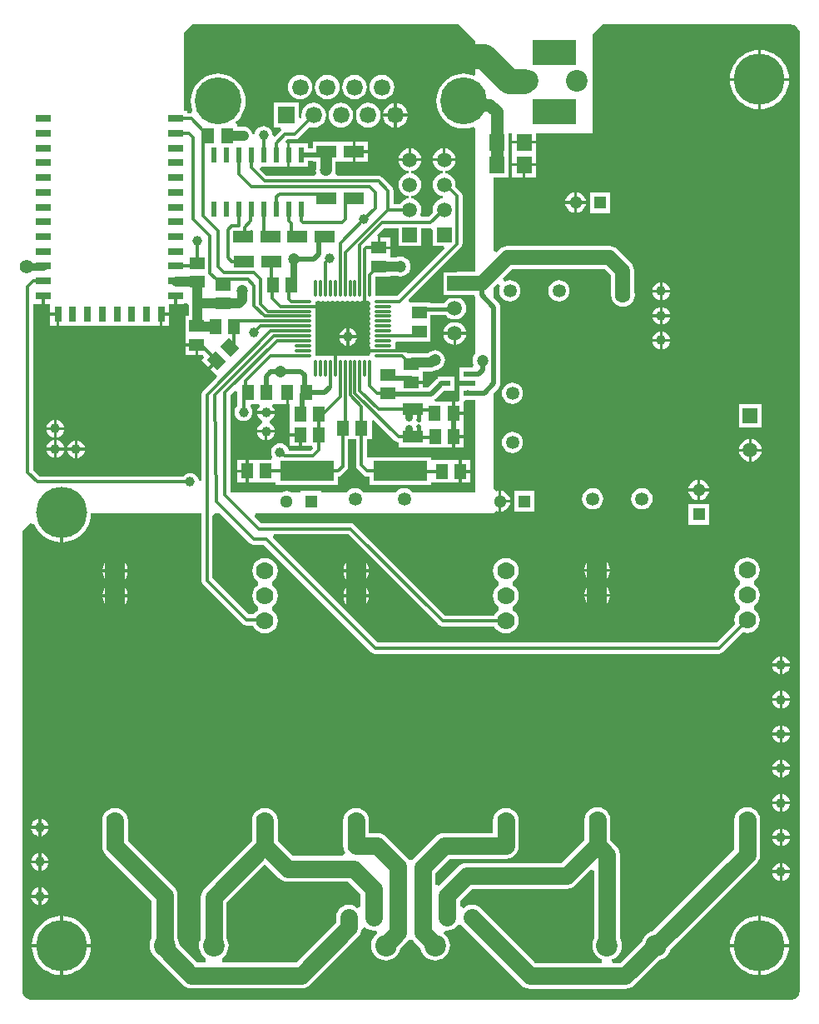
<source format=gbl>
G04*
G04 #@! TF.GenerationSoftware,Altium Limited,Altium Designer,19.1.8 (144)*
G04*
G04 Layer_Physical_Order=2*
G04 Layer_Color=16711680*
%FSLAX24Y24*%
%MOIN*%
G70*
G01*
G75*
%ADD15C,0.0157*%
%ADD18C,0.0118*%
%ADD20C,0.0276*%
%ADD28R,0.0512X0.0591*%
%ADD29R,0.0591X0.0512*%
%ADD77C,0.0787*%
%ADD79C,0.0315*%
%ADD80C,0.0591*%
%ADD81C,0.0472*%
%ADD82C,0.0394*%
%ADD85C,0.0709*%
%ADD86C,0.0512*%
%ADD87C,0.0630*%
%ADD89C,0.0197*%
%ADD90C,0.0394*%
%ADD91C,0.0256*%
%ADD92R,0.0512X0.0512*%
%ADD93C,0.0512*%
%ADD94C,0.0531*%
%ADD95C,0.0591*%
%ADD96R,0.0591X0.0591*%
%ADD97R,0.0512X0.0512*%
%ADD98C,0.2047*%
%ADD99R,0.1772X0.0984*%
%ADD100C,0.0665*%
%ADD101R,0.0665X0.0665*%
%ADD102C,0.1874*%
%ADD103C,0.0866*%
%ADD104C,0.0700*%
%ADD105C,0.0472*%
%ADD106C,0.0630*%
%ADD107C,0.0551*%
G04:AMPARAMS|DCode=108|XSize=59.1mil|YSize=51.2mil|CornerRadius=0mil|HoleSize=0mil|Usage=FLASHONLY|Rotation=135.000|XOffset=0mil|YOffset=0mil|HoleType=Round|Shape=Rectangle|*
%AMROTATEDRECTD108*
4,1,4,0.0390,-0.0028,0.0028,-0.0390,-0.0390,0.0028,-0.0028,0.0390,0.0390,-0.0028,0.0*
%
%ADD108ROTATEDRECTD108*%

%ADD109R,0.0827X0.0512*%
%ADD110R,0.0354X0.0236*%
%ADD111R,0.0630X0.0709*%
%ADD112R,0.0591X0.0309*%
%ADD113R,0.0309X0.0591*%
%ADD114O,0.0118X0.0709*%
%ADD115O,0.0709X0.0118*%
%ADD116R,0.0787X0.0472*%
%ADD117R,0.0240X0.0600*%
%ADD118R,0.2165X0.0787*%
%ADD119C,0.0197*%
%ADD120C,0.0984*%
%ADD121C,0.0236*%
G36*
X18354Y38549D02*
X18354Y37221D01*
X18271Y37165D01*
X18221Y37186D01*
X18054Y37226D01*
X17882Y37240D01*
X17710Y37226D01*
X17543Y37186D01*
X17383Y37120D01*
X17237Y37030D01*
X17106Y36918D01*
X16994Y36787D01*
X16904Y36640D01*
X16838Y36481D01*
X16798Y36313D01*
X16784Y36142D01*
X16798Y35970D01*
X16838Y35802D01*
X16904Y35643D01*
X16994Y35496D01*
X17106Y35365D01*
X17237Y35254D01*
X17383Y35164D01*
X17543Y35098D01*
X17710Y35057D01*
X17882Y35044D01*
X18054Y35057D01*
X18221Y35098D01*
X18271Y35118D01*
X18354Y35063D01*
X18354Y29307D01*
X17598D01*
X17569Y29303D01*
X17067D01*
Y28398D01*
X17442D01*
X17448Y28298D01*
X17401Y28291D01*
X17291Y28246D01*
X17197Y28173D01*
X17124Y28079D01*
X17115Y28056D01*
X16555D01*
Y28091D01*
X15711D01*
X15669Y28191D01*
X17758Y30279D01*
X17765Y30289D01*
X17775Y30296D01*
X17823Y30368D01*
X17839Y30452D01*
Y32340D01*
X17823Y32425D01*
X17775Y32496D01*
X17544Y32727D01*
X17554Y32800D01*
X17538Y32918D01*
X17493Y33028D01*
X17420Y33123D01*
X17325Y33195D01*
X17215Y33241D01*
X17151Y33249D01*
Y33350D01*
X17215Y33359D01*
X17325Y33404D01*
X17420Y33477D01*
X17493Y33571D01*
X17538Y33682D01*
X17546Y33741D01*
X17097D01*
X16648D01*
X16656Y33682D01*
X16702Y33571D01*
X16774Y33477D01*
X16869Y33404D01*
X16979Y33359D01*
X17043Y33350D01*
Y33249D01*
X16979Y33241D01*
X16869Y33195D01*
X16774Y33123D01*
X16702Y33028D01*
X16656Y32918D01*
X16640Y32800D01*
X16656Y32682D01*
X16702Y32571D01*
X16774Y32477D01*
X16869Y32404D01*
X16979Y32359D01*
X17043Y32350D01*
Y32249D01*
X16979Y32241D01*
X16869Y32195D01*
X16774Y32123D01*
X16702Y32028D01*
X16656Y31918D01*
X16640Y31800D01*
X16654Y31698D01*
X16462Y31506D01*
X16182D01*
X16131Y31606D01*
X16162Y31681D01*
X16178Y31800D01*
X16162Y31918D01*
X16117Y32028D01*
X16044Y32123D01*
X15950Y32195D01*
X15839Y32241D01*
X15775Y32249D01*
Y32350D01*
X15839Y32359D01*
X15950Y32404D01*
X16044Y32477D01*
X16117Y32571D01*
X16162Y32681D01*
X16178Y32800D01*
X16162Y32918D01*
X16117Y33028D01*
X16044Y33123D01*
X15950Y33195D01*
X15839Y33241D01*
X15775Y33249D01*
Y33350D01*
X15839Y33359D01*
X15950Y33404D01*
X16044Y33477D01*
X16117Y33571D01*
X16162Y33681D01*
X16170Y33741D01*
X15721D01*
X15272D01*
X15280Y33681D01*
X15326Y33571D01*
X15398Y33477D01*
X15493Y33404D01*
X15603Y33359D01*
X15667Y33350D01*
Y33249D01*
X15603Y33241D01*
X15493Y33195D01*
X15398Y33123D01*
X15326Y33028D01*
X15280Y32918D01*
X15265Y32800D01*
X15280Y32681D01*
X15326Y32571D01*
X15398Y32477D01*
X15493Y32404D01*
X15603Y32359D01*
X15667Y32350D01*
Y32249D01*
X15603Y32241D01*
X15493Y32195D01*
X15398Y32123D01*
X15326Y32028D01*
X15323Y32020D01*
X15068D01*
Y32566D01*
X15051Y32650D01*
X15003Y32722D01*
X14622Y33103D01*
X14550Y33151D01*
X14466Y33168D01*
X12804D01*
X12737Y33268D01*
X12744Y33285D01*
X12758Y33388D01*
Y33727D01*
X13428D01*
Y34120D01*
Y34514D01*
X12411D01*
X12385Y34518D01*
X12361D01*
X12335Y34514D01*
X11834D01*
Y34260D01*
X11642D01*
Y34443D01*
X10924D01*
Y33985D01*
Y33528D01*
X11642D01*
Y33744D01*
X11834D01*
Y33727D01*
X11964D01*
Y33424D01*
X11957Y33375D01*
X11971Y33273D01*
X11973Y33268D01*
X11906Y33168D01*
X9991D01*
X9723Y33435D01*
X9762Y33528D01*
X10806D01*
Y33985D01*
Y34443D01*
X10781D01*
X10743Y34535D01*
X10816Y34609D01*
X11119D01*
X11203Y34625D01*
X11275Y34673D01*
X11718Y35116D01*
X11744Y35105D01*
X11872Y35088D01*
X12000Y35105D01*
X12119Y35155D01*
X12222Y35233D01*
X12300Y35335D01*
X12350Y35455D01*
X12366Y35583D01*
X12350Y35711D01*
X12300Y35830D01*
X12222Y35932D01*
X12119Y36011D01*
X12000Y36060D01*
X11872Y36077D01*
X11744Y36060D01*
X11625Y36011D01*
X11522Y35932D01*
X11444Y35830D01*
X11394Y35711D01*
X11378Y35583D01*
X11391Y35484D01*
X11372Y35465D01*
X11273Y35505D01*
X11272Y35507D01*
Y36073D01*
X10291D01*
Y35093D01*
X10549D01*
X10579Y34993D01*
X10569Y34985D01*
X10316Y34732D01*
X10221Y34779D01*
X10223Y34790D01*
X10210Y34882D01*
X10175Y34968D01*
X10118Y35042D01*
X10044Y35099D01*
X9958Y35135D01*
X9865Y35147D01*
X9773Y35135D01*
X9687Y35099D01*
X9613Y35042D01*
X9556Y34968D01*
X9520Y34882D01*
X9514Y34836D01*
X9413D01*
X9409Y34864D01*
X9374Y34950D01*
X9317Y35024D01*
X9243Y35081D01*
X9157Y35117D01*
X9064Y35129D01*
X8810D01*
Y35210D01*
X8792D01*
X8755Y35310D01*
X8820Y35365D01*
X8931Y35496D01*
X9022Y35643D01*
X9087Y35802D01*
X9128Y35970D01*
X9141Y36142D01*
X9128Y36313D01*
X9087Y36481D01*
X9022Y36640D01*
X8931Y36787D01*
X8820Y36918D01*
X8689Y37030D01*
X8542Y37120D01*
X8383Y37186D01*
X8215Y37226D01*
X8043Y37240D01*
X7872Y37226D01*
X7704Y37186D01*
X7545Y37120D01*
X7398Y37030D01*
X7267Y36918D01*
X7155Y36787D01*
X7065Y36640D01*
X6999Y36481D01*
X6959Y36313D01*
X6945Y36142D01*
X6959Y35970D01*
X6999Y35802D01*
X7018Y35757D01*
X6983Y35699D01*
X6948Y35666D01*
X6809D01*
Y35757D01*
X6674D01*
Y38877D01*
X7014Y39218D01*
X17685D01*
X18354Y38549D01*
D02*
G37*
G36*
X31051Y39204D02*
X31126Y39173D01*
X31194Y39127D01*
X31252Y39069D01*
X31297Y39001D01*
X31327Y38924D01*
X31342Y38844D01*
X31331Y38722D01*
X31331D01*
X31331Y561D01*
X31332Y527D01*
X31321Y462D01*
X31298Y399D01*
X31264Y342D01*
X31220Y292D01*
X31168Y251D01*
X31137Y235D01*
X31013Y198D01*
Y198D01*
X561D01*
X525Y198D01*
X455Y211D01*
X389Y239D01*
X329Y279D01*
X279Y329D01*
X239Y389D01*
X212Y455D01*
X198Y525D01*
X198Y561D01*
X203Y18948D01*
X518Y19262D01*
X682Y19229D01*
X716Y19147D01*
X813Y18989D01*
X934Y18847D01*
X1075Y18727D01*
X1234Y18629D01*
X1406Y18558D01*
X1586Y18515D01*
X1713Y18505D01*
Y19685D01*
X1831D01*
Y18505D01*
X1957Y18515D01*
X2138Y18558D01*
X2310Y18629D01*
X2468Y18727D01*
X2609Y18847D01*
X2730Y18989D01*
X2827Y19147D01*
X2898Y19319D01*
X2942Y19500D01*
X2955Y19667D01*
X7379Y19667D01*
X7381Y16965D01*
X7389Y16923D01*
X7398Y16881D01*
X7398Y16881D01*
X7398Y16881D01*
X7422Y16844D01*
X7445Y16809D01*
X9021Y15234D01*
X9093Y15186D01*
X9177Y15169D01*
X9446D01*
X9477Y15094D01*
X9558Y14988D01*
X9664Y14907D01*
X9788Y14856D01*
X9920Y14839D01*
X10053Y14856D01*
X10176Y14907D01*
X10282Y14988D01*
X10363Y15094D01*
X10415Y15218D01*
X10432Y15350D01*
X10415Y15483D01*
X10363Y15606D01*
X10282Y15712D01*
X10208Y15769D01*
X10195Y15824D01*
Y15877D01*
X10208Y15931D01*
X10282Y15988D01*
X10363Y16094D01*
X10415Y16218D01*
X10432Y16350D01*
X10415Y16483D01*
X10363Y16606D01*
X10282Y16712D01*
X10208Y16769D01*
X10195Y16824D01*
Y16877D01*
X10208Y16931D01*
X10282Y16988D01*
X10363Y17094D01*
X10415Y17218D01*
X10432Y17350D01*
X10415Y17483D01*
X10363Y17606D01*
X10282Y17712D01*
X10176Y17794D01*
X10053Y17845D01*
X9920Y17862D01*
X9788Y17845D01*
X9664Y17794D01*
X9558Y17712D01*
X9477Y17606D01*
X9426Y17483D01*
X9408Y17350D01*
X9426Y17218D01*
X9477Y17094D01*
X9558Y16988D01*
X9632Y16931D01*
X9645Y16877D01*
Y16824D01*
X9632Y16769D01*
X9558Y16712D01*
X9477Y16606D01*
X9426Y16483D01*
X9408Y16350D01*
X9426Y16218D01*
X9477Y16094D01*
X9558Y15988D01*
X9632Y15931D01*
X9645Y15877D01*
Y15824D01*
X9632Y15769D01*
X9558Y15712D01*
X9480Y15611D01*
X9269D01*
X7822Y17057D01*
X7821Y19568D01*
X7919Y19667D01*
X8110D01*
X9307Y18470D01*
X9379Y18422D01*
X9463Y18405D01*
X9876D01*
X14185Y14096D01*
X14257Y14048D01*
X14342Y14031D01*
X28102D01*
X28187Y14048D01*
X28258Y14096D01*
X29061Y14898D01*
X29096Y14884D01*
X29228Y14866D01*
X29361Y14884D01*
X29484Y14935D01*
X29590Y15016D01*
X29672Y15122D01*
X29723Y15245D01*
X29740Y15378D01*
X29723Y15510D01*
X29672Y15634D01*
X29590Y15740D01*
X29516Y15797D01*
X29503Y15851D01*
Y15905D01*
X29516Y15959D01*
X29590Y16016D01*
X29672Y16122D01*
X29723Y16245D01*
X29740Y16378D01*
X29723Y16510D01*
X29672Y16634D01*
X29590Y16740D01*
X29516Y16797D01*
X29503Y16851D01*
Y16905D01*
X29516Y16959D01*
X29590Y17016D01*
X29672Y17122D01*
X29723Y17245D01*
X29740Y17378D01*
X29723Y17510D01*
X29672Y17634D01*
X29590Y17740D01*
X29484Y17821D01*
X29361Y17872D01*
X29228Y17890D01*
X29096Y17872D01*
X28972Y17821D01*
X28866Y17740D01*
X28785Y17634D01*
X28734Y17510D01*
X28716Y17378D01*
X28734Y17245D01*
X28785Y17122D01*
X28866Y17016D01*
X28941Y16959D01*
X28953Y16905D01*
Y16851D01*
X28941Y16797D01*
X28866Y16740D01*
X28785Y16634D01*
X28734Y16510D01*
X28716Y16378D01*
X28734Y16245D01*
X28785Y16122D01*
X28866Y16016D01*
X28941Y15959D01*
X28953Y15905D01*
Y15851D01*
X28941Y15797D01*
X28866Y15740D01*
X28785Y15634D01*
X28734Y15510D01*
X28716Y15378D01*
X28734Y15245D01*
X28748Y15210D01*
X28011Y14473D01*
X14433D01*
X10231Y18675D01*
X10288Y18814D01*
X13263D01*
X16883Y15194D01*
X16954Y15146D01*
X17039Y15130D01*
X19108D01*
X19122Y15094D01*
X19204Y14988D01*
X19310Y14907D01*
X19433Y14856D01*
X19566Y14839D01*
X19698Y14856D01*
X19822Y14907D01*
X19928Y14988D01*
X20009Y15094D01*
X20060Y15218D01*
X20078Y15350D01*
X20060Y15483D01*
X20009Y15606D01*
X19928Y15712D01*
X19853Y15769D01*
X19841Y15824D01*
Y15877D01*
X19853Y15931D01*
X19928Y15988D01*
X20009Y16094D01*
X20060Y16218D01*
X20078Y16350D01*
X20060Y16483D01*
X20009Y16606D01*
X19928Y16712D01*
X19853Y16769D01*
X19841Y16824D01*
Y16877D01*
X19853Y16931D01*
X19928Y16988D01*
X20009Y17094D01*
X20060Y17218D01*
X20078Y17350D01*
X20060Y17483D01*
X20009Y17606D01*
X19928Y17712D01*
X19822Y17794D01*
X19698Y17845D01*
X19566Y17862D01*
X19433Y17845D01*
X19310Y17794D01*
X19204Y17712D01*
X19122Y17606D01*
X19071Y17483D01*
X19054Y17350D01*
X19071Y17218D01*
X19122Y17094D01*
X19204Y16988D01*
X19278Y16931D01*
X19291Y16877D01*
Y16824D01*
X19278Y16769D01*
X19204Y16712D01*
X19122Y16606D01*
X19071Y16483D01*
X19054Y16350D01*
X19071Y16218D01*
X19122Y16094D01*
X19204Y15988D01*
X19278Y15931D01*
X19291Y15877D01*
Y15824D01*
X19278Y15769D01*
X19204Y15712D01*
X19122Y15606D01*
X19108Y15571D01*
X17130D01*
X13510Y19191D01*
X13439Y19239D01*
X13354Y19256D01*
X9776D01*
X9494Y19538D01*
X9547Y19667D01*
X19070Y19667D01*
Y19667D01*
X19209Y19739D01*
X19218Y19735D01*
X19267Y19729D01*
Y20138D01*
Y20547D01*
X19218Y20541D01*
X19209Y20537D01*
X19070Y20630D01*
X19070Y24463D01*
X19272Y24666D01*
X19313Y24719D01*
X19339Y24781D01*
X19348Y24848D01*
Y27899D01*
X19339Y27966D01*
X19313Y28028D01*
X19272Y28082D01*
X19070Y28284D01*
Y28672D01*
X19244Y28845D01*
X19357Y28770D01*
X19314Y28667D01*
X19299Y28556D01*
X19314Y28446D01*
X19357Y28343D01*
X19425Y28254D01*
X19513Y28186D01*
X19616Y28144D01*
X19726Y28129D01*
X19837Y28144D01*
X19940Y28186D01*
X20028Y28254D01*
X20096Y28343D01*
X20139Y28446D01*
X20153Y28556D01*
X20139Y28667D01*
X20096Y28770D01*
X20028Y28858D01*
X19940Y28926D01*
X19837Y28968D01*
X19726Y28983D01*
X19616Y28968D01*
X19513Y28926D01*
X19437Y29039D01*
X19829Y29431D01*
X23531D01*
X23791Y29171D01*
Y28483D01*
X23778Y28390D01*
X23795Y28266D01*
X23842Y28152D01*
X23918Y28053D01*
X24017Y27977D01*
X24131Y27930D01*
X24255Y27913D01*
X24378Y27930D01*
X24493Y27977D01*
X24592Y28053D01*
X24667Y28152D01*
X24715Y28266D01*
X24731Y28390D01*
X24715Y28513D01*
X24704Y28540D01*
Y29360D01*
X24688Y29479D01*
X24643Y29589D01*
X24570Y29683D01*
X24043Y30210D01*
X23949Y30283D01*
X23839Y30328D01*
X23720Y30344D01*
X19640D01*
X19522Y30328D01*
X19411Y30283D01*
X19317Y30210D01*
X19199Y30092D01*
X19070Y30145D01*
X19070Y33090D01*
X19665D01*
Y33992D01*
Y34853D01*
X19823Y34853D01*
Y34563D01*
X20295D01*
X20768D01*
Y34853D01*
X23036Y34853D01*
X23036Y38807D01*
X23440Y39212D01*
X31010Y39212D01*
X31051Y39204D01*
D02*
G37*
G36*
X16644Y30981D02*
Y30347D01*
X17070D01*
X17109Y30255D01*
X15205Y28351D01*
X14335D01*
Y28937D01*
Y29101D01*
X14348Y29114D01*
X14941D01*
Y29170D01*
X15188D01*
X15252Y29144D01*
X15354Y29130D01*
X15457Y29144D01*
X15553Y29184D01*
X15635Y29247D01*
X15698Y29329D01*
X15738Y29425D01*
X15751Y29528D01*
X15738Y29630D01*
X15698Y29726D01*
X15635Y29808D01*
X15553Y29871D01*
X15457Y29911D01*
X15354Y29925D01*
X15252Y29911D01*
X15188Y29885D01*
X14941D01*
Y30217D01*
X14488D01*
Y30276D01*
X14429D01*
Y30740D01*
X14412Y30781D01*
X14695Y31065D01*
X15268D01*
Y30347D01*
X16174D01*
Y31065D01*
X16553D01*
X16644Y30981D01*
D02*
G37*
G36*
X13833Y28142D02*
X13917Y28126D01*
X14002Y28142D01*
X14016Y28152D01*
X14030Y28142D01*
X14111Y28126D01*
X14127Y28045D01*
X14136Y28031D01*
X14127Y28018D01*
X14110Y27933D01*
X14127Y27849D01*
X14136Y27835D01*
X14127Y27821D01*
X14110Y27736D01*
X14127Y27652D01*
X14136Y27638D01*
X14127Y27624D01*
X14110Y27539D01*
X14127Y27455D01*
X14136Y27441D01*
X14127Y27427D01*
X14110Y27343D01*
X14127Y27258D01*
X14136Y27244D01*
X14127Y27230D01*
X14110Y27146D01*
X14127Y27061D01*
X14136Y27047D01*
X14127Y27033D01*
X14110Y26949D01*
X14127Y26864D01*
X14136Y26850D01*
X14127Y26836D01*
X14110Y26752D01*
X14127Y26667D01*
X14136Y26654D01*
X14127Y26640D01*
X14110Y26555D01*
X14127Y26471D01*
X14136Y26457D01*
X14127Y26443D01*
X14110Y26358D01*
X14127Y26274D01*
X14136Y26260D01*
X14127Y26246D01*
X14110Y26161D01*
X14127Y26077D01*
X14136Y26063D01*
X14127Y26049D01*
X14111Y25968D01*
X14030Y25952D01*
X14016Y25943D01*
X14002Y25952D01*
X13917Y25969D01*
X13833Y25952D01*
X13819Y25943D01*
X13805Y25952D01*
X13720Y25969D01*
X13636Y25952D01*
X13622Y25943D01*
X13608Y25952D01*
X13524Y25969D01*
X13439Y25952D01*
X13425Y25943D01*
X13411Y25952D01*
X13327Y25969D01*
X13242Y25952D01*
X13228Y25943D01*
X13214Y25952D01*
X13130Y25969D01*
X13045Y25952D01*
X13031Y25943D01*
X13018Y25952D01*
X12933Y25969D01*
X12849Y25952D01*
X12835Y25943D01*
X12821Y25952D01*
X12736Y25969D01*
X12652Y25952D01*
X12638Y25943D01*
X12624Y25952D01*
X12539Y25969D01*
X12455Y25952D01*
X12441Y25943D01*
X12427Y25952D01*
X12343Y25969D01*
X12258Y25952D01*
X12244Y25943D01*
X12230Y25952D01*
X12146Y25969D01*
X12061Y25952D01*
X12047Y25943D01*
X12033Y25952D01*
X11952Y25968D01*
X11936Y26049D01*
X11927Y26063D01*
X11936Y26077D01*
X11953Y26161D01*
X11936Y26246D01*
X11927Y26260D01*
X11936Y26274D01*
X11953Y26358D01*
X11936Y26443D01*
X11927Y26457D01*
X11936Y26471D01*
X11953Y26555D01*
X11936Y26640D01*
X11927Y26654D01*
X11936Y26667D01*
X11953Y26752D01*
X11936Y26836D01*
X11927Y26850D01*
X11936Y26864D01*
X11953Y26949D01*
X11936Y27033D01*
X11927Y27047D01*
X11936Y27061D01*
X11953Y27146D01*
X11936Y27230D01*
X11927Y27244D01*
X11936Y27258D01*
X11953Y27343D01*
X11936Y27427D01*
X11927Y27441D01*
X11936Y27455D01*
X11953Y27539D01*
X11936Y27624D01*
X11927Y27638D01*
X11936Y27652D01*
X11953Y27736D01*
X11936Y27821D01*
X11927Y27835D01*
X11936Y27849D01*
X11953Y27933D01*
X11936Y28018D01*
X11927Y28031D01*
X11936Y28045D01*
X11952Y28126D01*
X12033Y28142D01*
X12047Y28152D01*
X12061Y28142D01*
X12146Y28126D01*
X12230Y28142D01*
X12244Y28152D01*
X12258Y28142D01*
X12343Y28126D01*
X12427Y28142D01*
X12441Y28152D01*
X12455Y28142D01*
X12539Y28126D01*
X12624Y28142D01*
X12638Y28152D01*
X12652Y28142D01*
X12736Y28126D01*
X12821Y28142D01*
X12835Y28152D01*
X12849Y28142D01*
X12933Y28126D01*
X13018Y28142D01*
X13031Y28152D01*
X13045Y28142D01*
X13130Y28126D01*
X13214Y28142D01*
X13228Y28152D01*
X13242Y28142D01*
X13327Y28126D01*
X13411Y28142D01*
X13425Y28152D01*
X13439Y28142D01*
X13524Y28126D01*
X13608Y28142D01*
X13622Y28152D01*
X13636Y28142D01*
X13720Y28126D01*
X13805Y28142D01*
X13819Y28152D01*
X13833Y28142D01*
D02*
G37*
G36*
X6809Y28046D02*
X6861Y27968D01*
Y27553D01*
X6734D01*
Y26726D01*
Y26450D01*
X7187D01*
Y26391D01*
X7246D01*
Y25978D01*
X7436D01*
X7474Y25886D01*
X7377Y25788D01*
X7655Y25510D01*
X7948Y25802D01*
X8031Y25719D01*
X7739Y25427D01*
X8017Y25148D01*
X7961Y25072D01*
X7441Y24552D01*
X7441Y24552D01*
X7441Y24552D01*
X7417Y24516D01*
X7393Y24480D01*
X7393Y24480D01*
X7393Y24480D01*
X7384Y24438D01*
X7376Y24396D01*
X7376Y24395D01*
X7376Y24395D01*
X7378Y20948D01*
X7278Y20941D01*
X7270Y21004D01*
X7234Y21090D01*
X7178Y21164D01*
X7104Y21221D01*
X7017Y21256D01*
X6925Y21268D01*
X6832Y21256D01*
X6746Y21221D01*
X6672Y21164D01*
X6648Y21132D01*
X898D01*
X634Y21396D01*
Y28012D01*
X1320D01*
Y27679D01*
X1632D01*
Y27620D01*
X1691D01*
Y27167D01*
X5707D01*
Y27620D01*
X5766D01*
Y27679D01*
X6078D01*
Y28012D01*
X6674D01*
Y28046D01*
X6809D01*
D02*
G37*
G36*
X18354Y28298D02*
X18354Y26055D01*
X18346Y26048D01*
X18283Y25966D01*
X18243Y25870D01*
X18229Y25767D01*
X18243Y25664D01*
X18273Y25592D01*
X18229Y25492D01*
X17697D01*
Y24941D01*
X18354D01*
Y24744D01*
X17697D01*
Y24193D01*
X17639Y24117D01*
X17529D01*
Y23723D01*
X17883D01*
Y24117D01*
X17942Y24193D01*
X18354D01*
X18354Y20477D01*
X15850Y20477D01*
X15803Y20538D01*
X15715Y20606D01*
X15612Y20649D01*
X15501Y20663D01*
X15391Y20649D01*
X15288Y20606D01*
X15199Y20538D01*
X15153Y20477D01*
X13881Y20477D01*
X13835Y20538D01*
X13746Y20606D01*
X13643Y20649D01*
X13533Y20663D01*
X13422Y20649D01*
X13319Y20606D01*
X13231Y20538D01*
X13184Y20477D01*
X12183Y20477D01*
Y20539D01*
X11356D01*
Y20477D01*
X11006D01*
X10994Y20487D01*
X10893Y20529D01*
X10785Y20543D01*
X10677Y20529D01*
X10577Y20487D01*
X10564Y20477D01*
X8555Y20477D01*
X8541Y20491D01*
Y24384D01*
X8722Y24565D01*
X8815Y24527D01*
Y24035D01*
X8815Y24035D01*
X8802Y23941D01*
X8755Y23879D01*
X8719Y23793D01*
X8707Y23700D01*
X8719Y23608D01*
X8755Y23521D01*
X8811Y23447D01*
X8885Y23391D01*
X8972Y23355D01*
X9064Y23343D01*
X9157Y23355D01*
X9243Y23391D01*
X9317Y23447D01*
X9374Y23521D01*
X9409Y23608D01*
X9422Y23700D01*
X9409Y23793D01*
X9374Y23879D01*
X9330Y23935D01*
X9348Y23998D01*
X9374Y24035D01*
X9667D01*
X9700Y23959D01*
X9704Y23935D01*
X9651Y23867D01*
X9615Y23780D01*
X9611Y23747D01*
X10310D01*
X10306Y23780D01*
X10270Y23867D01*
X10217Y23935D01*
X10221Y23959D01*
X10254Y24035D01*
X10390D01*
Y24035D01*
X10411Y24031D01*
X10411Y24031D01*
X10488Y24031D01*
X10765D01*
Y24484D01*
X10883D01*
Y24031D01*
X10925D01*
Y23169D01*
Y22854D01*
X11339D01*
Y22795D01*
X11398D01*
Y22343D01*
X11795D01*
X11836Y22243D01*
X11762Y22168D01*
X10865D01*
X10863Y22187D01*
X10827Y22274D01*
X10770Y22348D01*
X10696Y22404D01*
X10610Y22440D01*
X10518Y22452D01*
X10425Y22440D01*
X10339Y22404D01*
X10265Y22348D01*
X10208Y22274D01*
X10172Y22187D01*
X10160Y22095D01*
X10172Y22002D01*
X10208Y21916D01*
X10224Y21895D01*
X10175Y21795D01*
X9269D01*
Y21342D01*
Y20890D01*
X10354D01*
Y20787D01*
X12835D01*
Y21118D01*
X12835D01*
X12919Y21135D01*
X12991Y21182D01*
X13188Y21379D01*
X13235Y21451D01*
X13252Y21535D01*
Y22618D01*
X13559D01*
Y21575D01*
X13576Y21490D01*
X13623Y21419D01*
X13860Y21182D01*
X13931Y21135D01*
X14016Y21118D01*
X14094D01*
Y20787D01*
X16575D01*
X16580Y20874D01*
X17682D01*
Y21327D01*
Y21780D01*
X16580D01*
X16575Y21877D01*
Y21890D01*
X14094D01*
Y21890D01*
X14000Y21904D01*
Y22618D01*
X14193D01*
Y23354D01*
X14285Y23392D01*
X15115Y22562D01*
X15187Y22514D01*
X15260Y22499D01*
Y22297D01*
X16313D01*
Y22274D01*
X17415D01*
Y22727D01*
X17474D01*
Y22786D01*
X17888D01*
Y23113D01*
X17888Y23180D01*
X17888D01*
X17883Y23211D01*
X17883D01*
Y23605D01*
X17470D01*
Y23664D01*
X17411D01*
Y24117D01*
X16751D01*
X16717Y24217D01*
X16743Y24237D01*
X17073Y24567D01*
X17500D01*
Y25118D01*
X16831D01*
Y25049D01*
X16800Y25025D01*
X16724Y24950D01*
X16720Y24943D01*
X16454Y24678D01*
X16240D01*
Y24823D01*
X15787D01*
Y24941D01*
X16240D01*
Y25332D01*
X16591D01*
X16684Y25344D01*
X16770Y25379D01*
X16795Y25399D01*
X16835Y25404D01*
X16931Y25444D01*
X17013Y25507D01*
X17076Y25589D01*
X17116Y25685D01*
X17129Y25787D01*
X17116Y25890D01*
X17076Y25986D01*
X17013Y26068D01*
X16931Y26131D01*
X16835Y26171D01*
X16732Y26184D01*
X16630Y26171D01*
X16534Y26131D01*
X16451Y26068D01*
X16435Y26046D01*
X15846D01*
X15823Y26043D01*
X15647D01*
X15569Y26121D01*
X15498Y26169D01*
X15413Y26185D01*
X15171D01*
X15133Y26258D01*
X15127Y26281D01*
X15142Y26358D01*
X15127Y26436D01*
X15133Y26458D01*
X15171Y26531D01*
X15650D01*
Y26516D01*
X16555D01*
Y27264D01*
Y27574D01*
X17161D01*
X17197Y27527D01*
X17291Y27455D01*
X17401Y27409D01*
X17466Y27401D01*
Y27300D01*
X17401Y27292D01*
X17291Y27246D01*
X17197Y27173D01*
X17124Y27079D01*
X17079Y26969D01*
X17071Y26909D01*
X17520D01*
X17969D01*
X17961Y26969D01*
X17915Y27079D01*
X17843Y27173D01*
X17748Y27246D01*
X17638Y27292D01*
X17574Y27300D01*
Y27401D01*
X17638Y27409D01*
X17748Y27455D01*
X17843Y27527D01*
X17915Y27622D01*
X17961Y27732D01*
X17976Y27850D01*
X17961Y27969D01*
X17915Y28079D01*
X17843Y28173D01*
X17748Y28246D01*
X17638Y28291D01*
X17621Y28294D01*
X17627Y28394D01*
X18297D01*
X18354Y28298D01*
D02*
G37*
%LPC*%
G36*
X14598Y37195D02*
X14470Y37178D01*
X14351Y37129D01*
X14249Y37050D01*
X14170Y36948D01*
X14121Y36829D01*
X14104Y36701D01*
X14121Y36573D01*
X14170Y36454D01*
X14249Y36351D01*
X14351Y36273D01*
X14470Y36223D01*
X14598Y36206D01*
X14726Y36223D01*
X14846Y36273D01*
X14948Y36351D01*
X15027Y36454D01*
X15076Y36573D01*
X15093Y36701D01*
X15076Y36829D01*
X15027Y36948D01*
X14948Y37050D01*
X14846Y37129D01*
X14726Y37178D01*
X14598Y37195D01*
D02*
G37*
G36*
X13508D02*
X13380Y37178D01*
X13261Y37129D01*
X13158Y37050D01*
X13080Y36948D01*
X13030Y36829D01*
X13013Y36701D01*
X13030Y36573D01*
X13080Y36454D01*
X13158Y36351D01*
X13261Y36273D01*
X13380Y36223D01*
X13508Y36206D01*
X13636Y36223D01*
X13755Y36273D01*
X13857Y36351D01*
X13936Y36454D01*
X13985Y36573D01*
X14002Y36701D01*
X13985Y36829D01*
X13936Y36948D01*
X13857Y37050D01*
X13755Y37129D01*
X13636Y37178D01*
X13508Y37195D01*
D02*
G37*
G36*
X12417D02*
X12289Y37178D01*
X12170Y37129D01*
X12068Y37050D01*
X11989Y36948D01*
X11940Y36829D01*
X11923Y36701D01*
X11940Y36573D01*
X11989Y36454D01*
X12068Y36351D01*
X12170Y36273D01*
X12289Y36223D01*
X12417Y36206D01*
X12545Y36223D01*
X12665Y36273D01*
X12767Y36351D01*
X12845Y36454D01*
X12895Y36573D01*
X12912Y36701D01*
X12895Y36829D01*
X12845Y36948D01*
X12767Y37050D01*
X12665Y37129D01*
X12545Y37178D01*
X12417Y37195D01*
D02*
G37*
G36*
X11327D02*
X11199Y37178D01*
X11080Y37129D01*
X10977Y37050D01*
X10899Y36948D01*
X10849Y36829D01*
X10832Y36701D01*
X10849Y36573D01*
X10899Y36454D01*
X10977Y36351D01*
X11080Y36273D01*
X11199Y36223D01*
X11327Y36206D01*
X11455Y36223D01*
X11574Y36273D01*
X11676Y36351D01*
X11755Y36454D01*
X11804Y36573D01*
X11821Y36701D01*
X11804Y36829D01*
X11755Y36948D01*
X11676Y37050D01*
X11574Y37129D01*
X11455Y37178D01*
X11327Y37195D01*
D02*
G37*
G36*
X15203Y36069D02*
Y35642D01*
X15630D01*
X15621Y35711D01*
X15572Y35830D01*
X15493Y35932D01*
X15391Y36011D01*
X15272Y36060D01*
X15203Y36069D01*
D02*
G37*
G36*
X15085D02*
X15016Y36060D01*
X14897Y36011D01*
X14794Y35932D01*
X14716Y35830D01*
X14666Y35711D01*
X14657Y35642D01*
X15085D01*
Y36069D01*
D02*
G37*
G36*
X15630Y35524D02*
X15203D01*
Y35096D01*
X15272Y35105D01*
X15391Y35155D01*
X15493Y35233D01*
X15572Y35335D01*
X15621Y35455D01*
X15630Y35524D01*
D02*
G37*
G36*
X15085D02*
X14657D01*
X14666Y35455D01*
X14716Y35335D01*
X14794Y35233D01*
X14897Y35155D01*
X15016Y35105D01*
X15085Y35096D01*
Y35524D01*
D02*
G37*
G36*
X14053Y36077D02*
X13925Y36060D01*
X13806Y36011D01*
X13704Y35932D01*
X13625Y35830D01*
X13576Y35711D01*
X13559Y35583D01*
X13576Y35455D01*
X13625Y35335D01*
X13704Y35233D01*
X13806Y35155D01*
X13925Y35105D01*
X14053Y35088D01*
X14181Y35105D01*
X14300Y35155D01*
X14403Y35233D01*
X14481Y35335D01*
X14531Y35455D01*
X14548Y35583D01*
X14531Y35711D01*
X14481Y35830D01*
X14403Y35932D01*
X14300Y36011D01*
X14181Y36060D01*
X14053Y36077D01*
D02*
G37*
G36*
X12963D02*
X12835Y36060D01*
X12715Y36011D01*
X12613Y35932D01*
X12534Y35830D01*
X12485Y35711D01*
X12468Y35583D01*
X12485Y35455D01*
X12534Y35335D01*
X12613Y35233D01*
X12715Y35155D01*
X12835Y35105D01*
X12963Y35088D01*
X13091Y35105D01*
X13210Y35155D01*
X13312Y35233D01*
X13391Y35335D01*
X13440Y35455D01*
X13457Y35583D01*
X13440Y35711D01*
X13391Y35830D01*
X13312Y35932D01*
X13210Y36011D01*
X13091Y36060D01*
X12963Y36077D01*
D02*
G37*
G36*
X14038Y34514D02*
X13546D01*
Y34180D01*
X14038D01*
Y34514D01*
D02*
G37*
G36*
X17156Y34249D02*
Y33859D01*
X17546D01*
X17538Y33918D01*
X17493Y34028D01*
X17420Y34123D01*
X17325Y34195D01*
X17215Y34241D01*
X17156Y34249D01*
D02*
G37*
G36*
X17038Y34249D02*
X16979Y34241D01*
X16869Y34195D01*
X16774Y34123D01*
X16702Y34028D01*
X16656Y33918D01*
X16648Y33859D01*
X17038D01*
Y34249D01*
D02*
G37*
G36*
X15780Y34248D02*
Y33859D01*
X16170D01*
X16162Y33918D01*
X16117Y34028D01*
X16044Y34123D01*
X15950Y34195D01*
X15839Y34241D01*
X15780Y34248D01*
D02*
G37*
G36*
X15662Y34248D02*
X15603Y34241D01*
X15493Y34195D01*
X15398Y34123D01*
X15326Y34028D01*
X15280Y33918D01*
X15272Y33859D01*
X15662D01*
Y34248D01*
D02*
G37*
G36*
X14038Y34061D02*
X13546D01*
Y33727D01*
X14038D01*
Y34061D01*
D02*
G37*
G36*
X29783Y38188D02*
Y37067D01*
X30905D01*
X30895Y37193D01*
X30851Y37374D01*
X30780Y37546D01*
X30683Y37704D01*
X30562Y37846D01*
X30421Y37966D01*
X30262Y38063D01*
X30091Y38135D01*
X29910Y38178D01*
X29783Y38188D01*
D02*
G37*
G36*
X29665Y38188D02*
X29539Y38178D01*
X29358Y38135D01*
X29187Y38063D01*
X29028Y37966D01*
X28887Y37846D01*
X28766Y37704D01*
X28669Y37546D01*
X28598Y37374D01*
X28554Y37193D01*
X28544Y37067D01*
X29665D01*
Y38188D01*
D02*
G37*
G36*
Y36949D02*
X28544D01*
X28554Y36823D01*
X28598Y36642D01*
X28669Y36470D01*
X28766Y36311D01*
X28887Y36170D01*
X29028Y36049D01*
X29187Y35952D01*
X29358Y35881D01*
X29539Y35838D01*
X29665Y35828D01*
Y36949D01*
D02*
G37*
G36*
X30905D02*
X29783D01*
Y35828D01*
X29910Y35838D01*
X30091Y35881D01*
X30262Y35952D01*
X30421Y36049D01*
X30562Y36170D01*
X30683Y36311D01*
X30780Y36470D01*
X30851Y36642D01*
X30895Y36823D01*
X30905Y36949D01*
D02*
G37*
G36*
X20768Y34445D02*
X20295D01*
X19823D01*
Y33992D01*
Y33661D01*
X20295D01*
X20768D01*
Y33992D01*
Y34445D01*
D02*
G37*
G36*
Y33543D02*
X20354D01*
Y33090D01*
X20768D01*
Y33543D01*
D02*
G37*
G36*
X20236D02*
X19823D01*
Y33090D01*
X20236D01*
Y33543D01*
D02*
G37*
G36*
X22419Y32493D02*
Y32143D01*
X22769D01*
X22762Y32192D01*
X22721Y32292D01*
X22655Y32379D01*
X22568Y32445D01*
X22468Y32487D01*
X22419Y32493D01*
D02*
G37*
G36*
X22301D02*
X22252Y32487D01*
X22151Y32445D01*
X22065Y32379D01*
X21999Y32292D01*
X21957Y32192D01*
X21951Y32143D01*
X22301D01*
Y32493D01*
D02*
G37*
G36*
X22769Y32025D02*
X22419D01*
Y31675D01*
X22468Y31681D01*
X22568Y31723D01*
X22655Y31789D01*
X22721Y31876D01*
X22762Y31976D01*
X22769Y32025D01*
D02*
G37*
G36*
X22301D02*
X21951D01*
X21957Y31976D01*
X21999Y31876D01*
X22065Y31789D01*
X22151Y31723D01*
X22252Y31681D01*
X22301Y31675D01*
Y32025D01*
D02*
G37*
G36*
X23757Y32497D02*
X22931D01*
Y31671D01*
X23757D01*
Y32497D01*
D02*
G37*
G36*
X25846Y28893D02*
Y28602D01*
X26137D01*
X26133Y28636D01*
X26097Y28722D01*
X26040Y28796D01*
X25966Y28853D01*
X25880Y28889D01*
X25846Y28893D01*
D02*
G37*
G36*
X25728D02*
X25695Y28889D01*
X25609Y28853D01*
X25535Y28796D01*
X25478Y28722D01*
X25442Y28636D01*
X25438Y28602D01*
X25728D01*
Y28893D01*
D02*
G37*
G36*
X26137Y28484D02*
X25846D01*
Y28194D01*
X25880Y28198D01*
X25966Y28234D01*
X26040Y28291D01*
X26097Y28365D01*
X26133Y28451D01*
X26137Y28484D01*
D02*
G37*
G36*
X25728D02*
X25438D01*
X25442Y28451D01*
X25478Y28365D01*
X25535Y28291D01*
X25609Y28234D01*
X25695Y28198D01*
X25728Y28194D01*
Y28484D01*
D02*
G37*
G36*
X21695Y28983D02*
X21584Y28968D01*
X21481Y28926D01*
X21393Y28858D01*
X21325Y28770D01*
X21283Y28667D01*
X21268Y28556D01*
X21283Y28446D01*
X21325Y28343D01*
X21393Y28254D01*
X21481Y28186D01*
X21584Y28144D01*
X21695Y28129D01*
X21805Y28144D01*
X21908Y28186D01*
X21997Y28254D01*
X22065Y28343D01*
X22107Y28446D01*
X22122Y28556D01*
X22107Y28667D01*
X22065Y28770D01*
X21997Y28858D01*
X21908Y28926D01*
X21805Y28968D01*
X21695Y28983D01*
D02*
G37*
G36*
X25846Y27909D02*
Y27618D01*
X26137D01*
X26133Y27652D01*
X26097Y27738D01*
X26040Y27812D01*
X25966Y27869D01*
X25880Y27904D01*
X25846Y27909D01*
D02*
G37*
G36*
X25728D02*
X25695Y27904D01*
X25609Y27869D01*
X25535Y27812D01*
X25478Y27738D01*
X25442Y27652D01*
X25438Y27618D01*
X25728D01*
Y27909D01*
D02*
G37*
G36*
X26137Y27500D02*
X25846D01*
Y27209D01*
X25880Y27214D01*
X25966Y27250D01*
X26040Y27306D01*
X26097Y27380D01*
X26133Y27467D01*
X26137Y27500D01*
D02*
G37*
G36*
X25728D02*
X25438D01*
X25442Y27467D01*
X25478Y27380D01*
X25535Y27306D01*
X25609Y27250D01*
X25695Y27214D01*
X25728Y27209D01*
Y27500D01*
D02*
G37*
G36*
X25846Y26924D02*
Y26634D01*
X26137D01*
X26133Y26667D01*
X26097Y26753D01*
X26040Y26828D01*
X25966Y26884D01*
X25880Y26920D01*
X25846Y26924D01*
D02*
G37*
G36*
X25728D02*
X25695Y26920D01*
X25609Y26884D01*
X25535Y26828D01*
X25478Y26753D01*
X25442Y26667D01*
X25438Y26634D01*
X25728D01*
Y26924D01*
D02*
G37*
G36*
X26137Y26516D02*
X25846D01*
Y26225D01*
X25880Y26230D01*
X25966Y26265D01*
X26040Y26322D01*
X26097Y26396D01*
X26133Y26482D01*
X26137Y26516D01*
D02*
G37*
G36*
X25728D02*
X25438D01*
X25442Y26482D01*
X25478Y26396D01*
X25535Y26322D01*
X25609Y26265D01*
X25695Y26230D01*
X25728Y26225D01*
Y26516D01*
D02*
G37*
G36*
X19830Y24885D02*
X19720Y24871D01*
X19617Y24828D01*
X19529Y24760D01*
X19461Y24672D01*
X19418Y24569D01*
X19404Y24458D01*
X19418Y24348D01*
X19461Y24245D01*
X19529Y24156D01*
X19617Y24089D01*
X19720Y24046D01*
X19830Y24031D01*
X19941Y24046D01*
X20044Y24089D01*
X20132Y24156D01*
X20200Y24245D01*
X20243Y24348D01*
X20257Y24458D01*
X20243Y24569D01*
X20200Y24672D01*
X20132Y24760D01*
X20044Y24828D01*
X19941Y24871D01*
X19830Y24885D01*
D02*
G37*
G36*
X29809Y24009D02*
X28903D01*
Y23103D01*
X29809D01*
Y24009D01*
D02*
G37*
G36*
X29415Y22627D02*
Y22237D01*
X29805D01*
X29797Y22296D01*
X29752Y22406D01*
X29679Y22501D01*
X29585Y22573D01*
X29474Y22619D01*
X29415Y22627D01*
D02*
G37*
G36*
X29297D02*
X29238Y22619D01*
X29128Y22573D01*
X29033Y22501D01*
X28961Y22406D01*
X28915Y22296D01*
X28907Y22237D01*
X29297D01*
Y22627D01*
D02*
G37*
G36*
X19830Y22917D02*
X19720Y22902D01*
X19617Y22859D01*
X19529Y22792D01*
X19461Y22703D01*
X19418Y22600D01*
X19404Y22490D01*
X19418Y22379D01*
X19461Y22276D01*
X19529Y22188D01*
X19617Y22120D01*
X19720Y22077D01*
X19830Y22063D01*
X19941Y22077D01*
X20044Y22120D01*
X20132Y22188D01*
X20200Y22276D01*
X20243Y22379D01*
X20257Y22490D01*
X20243Y22600D01*
X20200Y22703D01*
X20132Y22792D01*
X20044Y22859D01*
X19941Y22902D01*
X19830Y22917D01*
D02*
G37*
G36*
X29805Y22119D02*
X29415D01*
Y21729D01*
X29474Y21737D01*
X29585Y21782D01*
X29679Y21855D01*
X29752Y21950D01*
X29797Y22060D01*
X29805Y22119D01*
D02*
G37*
G36*
X29297D02*
X28907D01*
X28915Y22060D01*
X28961Y21950D01*
X29033Y21855D01*
X29128Y21782D01*
X29238Y21737D01*
X29297Y21729D01*
Y22119D01*
D02*
G37*
G36*
X27353Y21003D02*
Y20653D01*
X27704D01*
X27697Y20702D01*
X27656Y20802D01*
X27589Y20889D01*
X27503Y20955D01*
X27402Y20996D01*
X27353Y21003D01*
D02*
G37*
G36*
X27235D02*
X27187Y20996D01*
X27086Y20955D01*
X27000Y20889D01*
X26933Y20802D01*
X26892Y20702D01*
X26885Y20653D01*
X27235D01*
Y21003D01*
D02*
G37*
G36*
X19385Y20547D02*
Y20197D01*
X19736D01*
X19729Y20246D01*
X19687Y20347D01*
X19621Y20433D01*
X19535Y20499D01*
X19434Y20541D01*
X19385Y20547D01*
D02*
G37*
G36*
X27704Y20535D02*
X27353D01*
Y20185D01*
X27402Y20191D01*
X27503Y20233D01*
X27589Y20299D01*
X27656Y20385D01*
X27697Y20486D01*
X27704Y20535D01*
D02*
G37*
G36*
X27235D02*
X26885D01*
X26892Y20486D01*
X26933Y20385D01*
X27000Y20299D01*
X27086Y20233D01*
X27187Y20191D01*
X27235Y20185D01*
Y20535D01*
D02*
G37*
G36*
X25015Y20663D02*
X24904Y20649D01*
X24801Y20606D01*
X24713Y20538D01*
X24645Y20450D01*
X24602Y20347D01*
X24588Y20236D01*
X24602Y20126D01*
X24645Y20023D01*
X24713Y19934D01*
X24801Y19867D01*
X24904Y19824D01*
X25015Y19809D01*
X25125Y19824D01*
X25228Y19867D01*
X25316Y19934D01*
X25384Y20023D01*
X25427Y20126D01*
X25441Y20236D01*
X25427Y20347D01*
X25384Y20450D01*
X25316Y20538D01*
X25228Y20606D01*
X25125Y20649D01*
X25015Y20663D01*
D02*
G37*
G36*
X23046D02*
X22936Y20649D01*
X22833Y20606D01*
X22744Y20538D01*
X22676Y20450D01*
X22634Y20347D01*
X22619Y20236D01*
X22634Y20126D01*
X22676Y20023D01*
X22744Y19934D01*
X22833Y19867D01*
X22936Y19824D01*
X23046Y19809D01*
X23157Y19824D01*
X23260Y19867D01*
X23348Y19934D01*
X23416Y20023D01*
X23458Y20126D01*
X23473Y20236D01*
X23458Y20347D01*
X23416Y20450D01*
X23348Y20538D01*
X23260Y20606D01*
X23157Y20649D01*
X23046Y20663D01*
D02*
G37*
G36*
X19736Y20079D02*
X19385D01*
Y19729D01*
X19434Y19735D01*
X19535Y19777D01*
X19621Y19843D01*
X19687Y19930D01*
X19729Y20030D01*
X19736Y20079D01*
D02*
G37*
G36*
X20724Y20552D02*
X19897D01*
Y19725D01*
X20724D01*
Y20552D01*
D02*
G37*
G36*
X27708Y20023D02*
X26881D01*
Y19196D01*
X27708D01*
Y20023D01*
D02*
G37*
G36*
X23287Y17882D02*
Y17437D01*
X23732D01*
X23723Y17510D01*
X23672Y17634D01*
X23590Y17740D01*
X23484Y17821D01*
X23361Y17872D01*
X23287Y17882D01*
D02*
G37*
G36*
X23169D02*
X23096Y17872D01*
X22972Y17821D01*
X22866Y17740D01*
X22785Y17634D01*
X22734Y17510D01*
X22724Y17437D01*
X23169D01*
Y17882D01*
D02*
G37*
G36*
X13625Y17854D02*
Y17409D01*
X14070D01*
X14060Y17483D01*
X14009Y17606D01*
X13928Y17712D01*
X13822Y17794D01*
X13698Y17845D01*
X13625Y17854D01*
D02*
G37*
G36*
X13507D02*
X13433Y17845D01*
X13310Y17794D01*
X13204Y17712D01*
X13122Y17606D01*
X13071Y17483D01*
X13062Y17409D01*
X13507D01*
Y17854D01*
D02*
G37*
G36*
X3979D02*
Y17409D01*
X4424D01*
X4414Y17483D01*
X4363Y17606D01*
X4282Y17712D01*
X4176Y17794D01*
X4053Y17845D01*
X3979Y17854D01*
D02*
G37*
G36*
X3861D02*
X3788Y17845D01*
X3664Y17794D01*
X3558Y17712D01*
X3477Y17606D01*
X3426Y17483D01*
X3416Y17409D01*
X3861D01*
Y17854D01*
D02*
G37*
G36*
X23732Y17319D02*
X22724D01*
X22734Y17245D01*
X22785Y17122D01*
X22866Y17016D01*
X22941Y16959D01*
X22953Y16905D01*
Y16851D01*
X22941Y16797D01*
X22866Y16740D01*
X22785Y16634D01*
X22734Y16510D01*
X22724Y16437D01*
X23732D01*
X23723Y16510D01*
X23672Y16634D01*
X23590Y16740D01*
X23516Y16797D01*
X23503Y16851D01*
Y16905D01*
X23516Y16959D01*
X23590Y17016D01*
X23672Y17122D01*
X23723Y17245D01*
X23732Y17319D01*
D02*
G37*
G36*
X14070Y17291D02*
X13062D01*
X13071Y17218D01*
X13122Y17094D01*
X13204Y16988D01*
X13278Y16931D01*
X13291Y16877D01*
Y16824D01*
X13278Y16769D01*
X13204Y16712D01*
X13122Y16606D01*
X13071Y16483D01*
X13062Y16409D01*
X14070D01*
X14060Y16483D01*
X14009Y16606D01*
X13928Y16712D01*
X13853Y16769D01*
X13841Y16824D01*
Y16877D01*
X13853Y16931D01*
X13928Y16988D01*
X14009Y17094D01*
X14060Y17218D01*
X14070Y17291D01*
D02*
G37*
G36*
X4424D02*
X3416D01*
X3426Y17218D01*
X3477Y17094D01*
X3558Y16988D01*
X3632Y16931D01*
X3645Y16877D01*
Y16824D01*
X3632Y16769D01*
X3558Y16712D01*
X3477Y16606D01*
X3426Y16483D01*
X3416Y16409D01*
X4424D01*
X4414Y16483D01*
X4363Y16606D01*
X4282Y16712D01*
X4208Y16769D01*
X4195Y16824D01*
Y16877D01*
X4208Y16931D01*
X4282Y16988D01*
X4363Y17094D01*
X4414Y17218D01*
X4424Y17291D01*
D02*
G37*
G36*
X23732Y16319D02*
X23287D01*
Y15874D01*
X23361Y15884D01*
X23484Y15935D01*
X23590Y16016D01*
X23672Y16122D01*
X23723Y16245D01*
X23732Y16319D01*
D02*
G37*
G36*
X23169D02*
X22724D01*
X22734Y16245D01*
X22785Y16122D01*
X22866Y16016D01*
X22972Y15935D01*
X23096Y15884D01*
X23169Y15874D01*
Y16319D01*
D02*
G37*
G36*
X14070Y16291D02*
X13625D01*
Y15846D01*
X13698Y15856D01*
X13822Y15907D01*
X13928Y15988D01*
X14009Y16094D01*
X14060Y16218D01*
X14070Y16291D01*
D02*
G37*
G36*
X13507D02*
X13062D01*
X13071Y16218D01*
X13122Y16094D01*
X13204Y15988D01*
X13310Y15907D01*
X13433Y15856D01*
X13507Y15846D01*
Y16291D01*
D02*
G37*
G36*
X4424D02*
X3979D01*
Y15846D01*
X4053Y15856D01*
X4176Y15907D01*
X4282Y15988D01*
X4363Y16094D01*
X4414Y16218D01*
X4424Y16291D01*
D02*
G37*
G36*
X3861D02*
X3416D01*
X3426Y16218D01*
X3477Y16094D01*
X3558Y15988D01*
X3664Y15907D01*
X3788Y15856D01*
X3861Y15846D01*
Y16291D01*
D02*
G37*
G36*
X30650Y13932D02*
Y13642D01*
X30940D01*
X30936Y13675D01*
X30900Y13761D01*
X30843Y13835D01*
X30769Y13892D01*
X30683Y13928D01*
X30650Y13932D01*
D02*
G37*
G36*
X30531D02*
X30498Y13928D01*
X30412Y13892D01*
X30338Y13835D01*
X30281Y13761D01*
X30245Y13675D01*
X30241Y13642D01*
X30531D01*
Y13932D01*
D02*
G37*
G36*
X30940Y13524D02*
X30650D01*
Y13233D01*
X30683Y13237D01*
X30769Y13273D01*
X30843Y13330D01*
X30900Y13404D01*
X30936Y13490D01*
X30940Y13524D01*
D02*
G37*
G36*
X30531D02*
X30241D01*
X30245Y13490D01*
X30281Y13404D01*
X30338Y13330D01*
X30412Y13273D01*
X30498Y13237D01*
X30531Y13233D01*
Y13524D01*
D02*
G37*
G36*
X30650Y12554D02*
Y12264D01*
X30940D01*
X30936Y12297D01*
X30900Y12383D01*
X30843Y12457D01*
X30769Y12514D01*
X30683Y12550D01*
X30650Y12554D01*
D02*
G37*
G36*
X30531D02*
X30498Y12550D01*
X30412Y12514D01*
X30338Y12457D01*
X30281Y12383D01*
X30245Y12297D01*
X30241Y12264D01*
X30531D01*
Y12554D01*
D02*
G37*
G36*
X30940Y12146D02*
X30650D01*
Y11855D01*
X30683Y11860D01*
X30769Y11895D01*
X30843Y11952D01*
X30900Y12026D01*
X30936Y12112D01*
X30940Y12146D01*
D02*
G37*
G36*
X30531D02*
X30241D01*
X30245Y12112D01*
X30281Y12026D01*
X30338Y11952D01*
X30412Y11895D01*
X30498Y11860D01*
X30531Y11855D01*
Y12146D01*
D02*
G37*
G36*
X30650Y11176D02*
Y10886D01*
X30940D01*
X30936Y10919D01*
X30900Y11005D01*
X30843Y11079D01*
X30769Y11136D01*
X30683Y11172D01*
X30650Y11176D01*
D02*
G37*
G36*
X30531D02*
X30498Y11172D01*
X30412Y11136D01*
X30338Y11079D01*
X30281Y11005D01*
X30245Y10919D01*
X30241Y10886D01*
X30531D01*
Y11176D01*
D02*
G37*
G36*
X30940Y10768D02*
X30650D01*
Y10477D01*
X30683Y10482D01*
X30769Y10517D01*
X30843Y10574D01*
X30900Y10648D01*
X30936Y10734D01*
X30940Y10768D01*
D02*
G37*
G36*
X30531D02*
X30241D01*
X30245Y10734D01*
X30281Y10648D01*
X30338Y10574D01*
X30412Y10517D01*
X30498Y10482D01*
X30531Y10477D01*
Y10768D01*
D02*
G37*
G36*
X30650Y9798D02*
Y9508D01*
X30940D01*
X30936Y9541D01*
X30900Y9628D01*
X30843Y9702D01*
X30769Y9758D01*
X30683Y9794D01*
X30650Y9798D01*
D02*
G37*
G36*
X30531D02*
X30498Y9794D01*
X30412Y9758D01*
X30338Y9702D01*
X30281Y9628D01*
X30245Y9541D01*
X30241Y9508D01*
X30531D01*
Y9798D01*
D02*
G37*
G36*
X30940Y9390D02*
X30650D01*
Y9099D01*
X30683Y9104D01*
X30769Y9139D01*
X30843Y9196D01*
X30900Y9270D01*
X30936Y9356D01*
X30940Y9390D01*
D02*
G37*
G36*
X30531D02*
X30241D01*
X30245Y9356D01*
X30281Y9270D01*
X30338Y9196D01*
X30412Y9139D01*
X30498Y9104D01*
X30531Y9099D01*
Y9390D01*
D02*
G37*
G36*
X30650Y8420D02*
Y8130D01*
X30940D01*
X30936Y8163D01*
X30900Y8250D01*
X30843Y8324D01*
X30769Y8380D01*
X30683Y8416D01*
X30650Y8420D01*
D02*
G37*
G36*
X30531D02*
X30498Y8416D01*
X30412Y8380D01*
X30338Y8324D01*
X30281Y8250D01*
X30245Y8163D01*
X30241Y8130D01*
X30531D01*
Y8420D01*
D02*
G37*
G36*
X30940Y8012D02*
X30650D01*
Y7721D01*
X30683Y7726D01*
X30769Y7761D01*
X30843Y7818D01*
X30900Y7892D01*
X30936Y7978D01*
X30940Y8012D01*
D02*
G37*
G36*
X30531D02*
X30241D01*
X30245Y7978D01*
X30281Y7892D01*
X30338Y7818D01*
X30412Y7761D01*
X30498Y7726D01*
X30531Y7721D01*
Y8012D01*
D02*
G37*
G36*
X965Y7436D02*
Y7146D01*
X1255D01*
X1251Y7179D01*
X1215Y7265D01*
X1158Y7339D01*
X1084Y7396D01*
X998Y7432D01*
X965Y7436D01*
D02*
G37*
G36*
X846D02*
X813Y7432D01*
X727Y7396D01*
X653Y7339D01*
X596Y7265D01*
X560Y7179D01*
X556Y7146D01*
X846D01*
Y7436D01*
D02*
G37*
G36*
X30650Y7043D02*
Y6752D01*
X30940D01*
X30936Y6785D01*
X30900Y6872D01*
X30843Y6946D01*
X30769Y7002D01*
X30683Y7038D01*
X30650Y7043D01*
D02*
G37*
G36*
X30531D02*
X30498Y7038D01*
X30412Y7002D01*
X30338Y6946D01*
X30281Y6872D01*
X30245Y6785D01*
X30241Y6752D01*
X30531D01*
Y7043D01*
D02*
G37*
G36*
X1255Y7028D02*
X965D01*
Y6737D01*
X998Y6741D01*
X1084Y6777D01*
X1158Y6834D01*
X1215Y6908D01*
X1251Y6994D01*
X1255Y7028D01*
D02*
G37*
G36*
X846D02*
X556D01*
X560Y6994D01*
X596Y6908D01*
X653Y6834D01*
X727Y6777D01*
X813Y6741D01*
X846Y6737D01*
Y7028D01*
D02*
G37*
G36*
X30940Y6634D02*
X30650D01*
Y6343D01*
X30683Y6348D01*
X30769Y6383D01*
X30843Y6440D01*
X30900Y6514D01*
X30936Y6600D01*
X30940Y6634D01*
D02*
G37*
G36*
X30531D02*
X30241D01*
X30245Y6600D01*
X30281Y6514D01*
X30338Y6440D01*
X30412Y6383D01*
X30498Y6348D01*
X30531Y6343D01*
Y6634D01*
D02*
G37*
G36*
X965Y6058D02*
Y5768D01*
X1255D01*
X1251Y5801D01*
X1215Y5887D01*
X1158Y5961D01*
X1084Y6018D01*
X998Y6054D01*
X965Y6058D01*
D02*
G37*
G36*
X846D02*
X813Y6054D01*
X727Y6018D01*
X653Y5961D01*
X596Y5887D01*
X560Y5801D01*
X556Y5768D01*
X846D01*
Y6058D01*
D02*
G37*
G36*
X30650Y5665D02*
Y5374D01*
X30940D01*
X30936Y5407D01*
X30900Y5494D01*
X30843Y5568D01*
X30769Y5624D01*
X30683Y5660D01*
X30650Y5665D01*
D02*
G37*
G36*
X30531D02*
X30498Y5660D01*
X30412Y5624D01*
X30338Y5568D01*
X30281Y5494D01*
X30245Y5407D01*
X30241Y5374D01*
X30531D01*
Y5665D01*
D02*
G37*
G36*
X1255Y5650D02*
X965D01*
Y5359D01*
X998Y5363D01*
X1084Y5399D01*
X1158Y5456D01*
X1215Y5530D01*
X1251Y5616D01*
X1255Y5650D01*
D02*
G37*
G36*
X846D02*
X556D01*
X560Y5616D01*
X596Y5530D01*
X653Y5456D01*
X727Y5399D01*
X813Y5363D01*
X846Y5359D01*
Y5650D01*
D02*
G37*
G36*
X30940Y5256D02*
X30650D01*
Y4965D01*
X30683Y4970D01*
X30769Y5005D01*
X30843Y5062D01*
X30900Y5136D01*
X30936Y5222D01*
X30940Y5256D01*
D02*
G37*
G36*
X30531D02*
X30241D01*
X30245Y5222D01*
X30281Y5136D01*
X30338Y5062D01*
X30412Y5005D01*
X30498Y4970D01*
X30531Y4965D01*
Y5256D01*
D02*
G37*
G36*
X965Y4680D02*
Y4390D01*
X1255D01*
X1251Y4423D01*
X1215Y4509D01*
X1158Y4583D01*
X1084Y4640D01*
X998Y4676D01*
X965Y4680D01*
D02*
G37*
G36*
X846D02*
X813Y4676D01*
X727Y4640D01*
X653Y4583D01*
X596Y4509D01*
X560Y4423D01*
X556Y4390D01*
X846D01*
Y4680D01*
D02*
G37*
G36*
X1255Y4272D02*
X965D01*
Y3981D01*
X998Y3986D01*
X1084Y4021D01*
X1158Y4078D01*
X1215Y4152D01*
X1251Y4238D01*
X1255Y4272D01*
D02*
G37*
G36*
X846D02*
X556D01*
X560Y4238D01*
X596Y4152D01*
X653Y4078D01*
X727Y4021D01*
X813Y3986D01*
X846Y3981D01*
Y4272D01*
D02*
G37*
G36*
X29783Y3542D02*
Y2421D01*
X30905D01*
X30895Y2548D01*
X30851Y2728D01*
X30780Y2900D01*
X30683Y3059D01*
X30562Y3200D01*
X30421Y3321D01*
X30262Y3418D01*
X30091Y3489D01*
X29910Y3532D01*
X29783Y3542D01*
D02*
G37*
G36*
X1831D02*
Y2421D01*
X2952D01*
X2942Y2548D01*
X2898Y2728D01*
X2827Y2900D01*
X2730Y3059D01*
X2609Y3200D01*
X2468Y3321D01*
X2310Y3418D01*
X2138Y3489D01*
X1957Y3532D01*
X1831Y3542D01*
D02*
G37*
G36*
X1713D02*
X1586Y3532D01*
X1406Y3489D01*
X1234Y3418D01*
X1075Y3321D01*
X934Y3200D01*
X813Y3059D01*
X716Y2900D01*
X645Y2728D01*
X601Y2548D01*
X592Y2421D01*
X1713D01*
Y3542D01*
D02*
G37*
G36*
X29665D02*
X29539Y3532D01*
X29358Y3489D01*
X29187Y3418D01*
X29028Y3321D01*
X28887Y3200D01*
X28766Y3059D01*
X28669Y2900D01*
X28598Y2728D01*
X28554Y2548D01*
X28544Y2421D01*
X29665D01*
Y3542D01*
D02*
G37*
G36*
X29228Y7894D02*
X29095Y7877D01*
X28970Y7825D01*
X28863Y7743D01*
X28781Y7636D01*
X28730Y7512D01*
X28712Y7378D01*
Y6378D01*
Y6214D01*
X25428Y2930D01*
X25363Y2910D01*
X25261Y2856D01*
X25171Y2782D01*
X25097Y2692D01*
X25042Y2589D01*
X25033Y2558D01*
X24141Y1666D01*
X23842D01*
X23821Y1806D01*
X23849Y1814D01*
X23952Y1869D01*
X24042Y1943D01*
X24115Y2033D01*
X24170Y2135D01*
X24204Y2246D01*
X24215Y2362D01*
X24204Y2478D01*
X24170Y2589D01*
X24138Y2649D01*
Y5984D01*
X24121Y6118D01*
X24069Y6242D01*
X23987Y6349D01*
X23745Y6592D01*
Y7378D01*
X23727Y7512D01*
X23675Y7636D01*
X23593Y7743D01*
X23486Y7825D01*
X23362Y7877D01*
X23228Y7894D01*
X23095Y7877D01*
X22970Y7825D01*
X22863Y7743D01*
X22781Y7636D01*
X22730Y7512D01*
X22712Y7378D01*
Y6592D01*
X21779Y5659D01*
X18015D01*
X17881Y5641D01*
X17757Y5590D01*
X17650Y5508D01*
X16896Y4754D01*
X16759Y4804D01*
X16756Y4807D01*
Y5270D01*
X17321Y5834D01*
X19566D01*
X19699Y5852D01*
X19824Y5903D01*
X19931Y5985D01*
X20013Y6092D01*
X20064Y6217D01*
X20082Y6350D01*
Y7350D01*
X20064Y7484D01*
X20013Y7609D01*
X19931Y7715D01*
X19824Y7797D01*
X19699Y7849D01*
X19566Y7867D01*
X19432Y7849D01*
X19308Y7797D01*
X19201Y7715D01*
X19119Y7609D01*
X19067Y7484D01*
X19050Y7350D01*
Y6867D01*
X17107D01*
X16973Y6849D01*
X16849Y6797D01*
X16742Y6715D01*
X15875Y5849D01*
X15840Y5803D01*
X15801Y5793D01*
X15679Y5803D01*
X15674Y5805D01*
X15621Y5875D01*
X14781Y6715D01*
X14674Y6797D01*
X14549Y6849D01*
X14416Y6867D01*
X14082D01*
Y7350D01*
X14064Y7484D01*
X14013Y7609D01*
X13931Y7715D01*
X13824Y7797D01*
X13699Y7849D01*
X13566Y7867D01*
X13432Y7849D01*
X13308Y7797D01*
X13201Y7715D01*
X13119Y7609D01*
X13067Y7484D01*
X13050Y7350D01*
Y6350D01*
X13067Y6217D01*
X13119Y6092D01*
X13127Y6082D01*
X13058Y5942D01*
X11058D01*
X10436Y6564D01*
Y7350D01*
X10419Y7484D01*
X10367Y7609D01*
X10285Y7715D01*
X10178Y7797D01*
X10054Y7849D01*
X9920Y7867D01*
X9786Y7849D01*
X9662Y7797D01*
X9555Y7715D01*
X9473Y7609D01*
X9421Y7484D01*
X9404Y7350D01*
Y6564D01*
X7509Y4669D01*
X7427Y4562D01*
X7375Y4438D01*
X7358Y4304D01*
Y2649D01*
X7326Y2589D01*
X7292Y2478D01*
X7281Y2362D01*
X7292Y2246D01*
X7326Y2135D01*
X7381Y2033D01*
X7454Y1943D01*
X7544Y1869D01*
X7548Y1709D01*
X7530Y1685D01*
X7189D01*
X6498Y2376D01*
X6488Y2478D01*
X6454Y2589D01*
X6417Y2658D01*
Y4370D01*
X6399Y4503D01*
X6348Y4628D01*
X6266Y4735D01*
X4436Y6564D01*
Y7350D01*
X4419Y7484D01*
X4367Y7609D01*
X4285Y7715D01*
X4178Y7797D01*
X4054Y7849D01*
X3920Y7867D01*
X3786Y7849D01*
X3662Y7797D01*
X3555Y7715D01*
X3473Y7609D01*
X3421Y7484D01*
X3404Y7350D01*
Y6350D01*
X3421Y6217D01*
X3473Y6092D01*
X3555Y5985D01*
X5385Y4156D01*
Y2640D01*
X5357Y2589D01*
X5324Y2478D01*
X5312Y2362D01*
X5324Y2246D01*
X5357Y2135D01*
X5412Y2033D01*
X5486Y1943D01*
X5487Y1942D01*
X5536Y1878D01*
X6610Y804D01*
X6717Y722D01*
X6841Y671D01*
X6975Y653D01*
X11374D01*
X11507Y671D01*
X11632Y722D01*
X11739Y804D01*
X13652Y2718D01*
X13734Y2825D01*
X13786Y2949D01*
X13796Y3027D01*
X13831Y3053D01*
X13917Y3083D01*
X13943Y3084D01*
X14014Y3029D01*
X14138Y2978D01*
X14272Y2960D01*
X14363Y2972D01*
X14397Y2917D01*
X14413Y2838D01*
X14344Y2782D01*
X14270Y2692D01*
X14216Y2589D01*
X14182Y2478D01*
X14170Y2362D01*
X14182Y2246D01*
X14216Y2135D01*
X14270Y2033D01*
X14344Y1943D01*
X14434Y1869D01*
X14537Y1814D01*
X14648Y1780D01*
X14764Y1769D01*
X14880Y1780D01*
X14991Y1814D01*
X15093Y1869D01*
X15183Y1943D01*
X15257Y2033D01*
X15312Y2135D01*
X15346Y2246D01*
X15347Y2258D01*
X15621Y2532D01*
X15664Y2587D01*
X15688Y2597D01*
X15808Y2597D01*
X15833Y2587D01*
X15875Y2532D01*
X16149Y2258D01*
X16150Y2246D01*
X16184Y2135D01*
X16239Y2033D01*
X16313Y1943D01*
X16403Y1869D01*
X16505Y1814D01*
X16617Y1780D01*
X16732Y1769D01*
X16848Y1780D01*
X16959Y1814D01*
X17062Y1869D01*
X17152Y1943D01*
X17226Y2033D01*
X17281Y2135D01*
X17314Y2246D01*
X17326Y2362D01*
X17314Y2478D01*
X17281Y2589D01*
X17226Y2692D01*
X17152Y2782D01*
X17083Y2838D01*
X17099Y2917D01*
X17133Y2972D01*
X17224Y2960D01*
X17358Y2978D01*
X17483Y3029D01*
X17589Y3112D01*
X17632Y3167D01*
X17656Y3177D01*
X17777D01*
X17801Y3167D01*
X17844Y3112D01*
X20170Y785D01*
X20277Y703D01*
X20402Y651D01*
X20535Y634D01*
X24355D01*
X24488Y651D01*
X24613Y703D01*
X24720Y785D01*
X25719Y1784D01*
X25818Y1814D01*
X25920Y1869D01*
X26010Y1943D01*
X26084Y2033D01*
X26139Y2135D01*
X26158Y2200D01*
X29593Y5635D01*
X29675Y5742D01*
X29727Y5866D01*
X29745Y6000D01*
Y6378D01*
Y7378D01*
X29727Y7512D01*
X29675Y7636D01*
X29593Y7743D01*
X29486Y7825D01*
X29362Y7877D01*
X29228Y7894D01*
D02*
G37*
G36*
X30905Y2303D02*
X29783D01*
Y1182D01*
X29910Y1192D01*
X30091Y1235D01*
X30262Y1307D01*
X30421Y1404D01*
X30562Y1524D01*
X30683Y1666D01*
X30780Y1824D01*
X30851Y1996D01*
X30895Y2177D01*
X30905Y2303D01*
D02*
G37*
G36*
X2952D02*
X1831D01*
Y1182D01*
X1957Y1192D01*
X2138Y1235D01*
X2310Y1307D01*
X2468Y1404D01*
X2609Y1524D01*
X2730Y1666D01*
X2827Y1824D01*
X2898Y1996D01*
X2942Y2177D01*
X2952Y2303D01*
D02*
G37*
G36*
X29665D02*
X28544D01*
X28554Y2177D01*
X28598Y1996D01*
X28669Y1824D01*
X28766Y1666D01*
X28887Y1524D01*
X29028Y1404D01*
X29187Y1307D01*
X29358Y1235D01*
X29539Y1192D01*
X29665Y1182D01*
Y2303D01*
D02*
G37*
G36*
X1713D02*
X592D01*
X601Y2177D01*
X645Y1996D01*
X716Y1824D01*
X813Y1666D01*
X934Y1524D01*
X1075Y1404D01*
X1234Y1307D01*
X1406Y1235D01*
X1586Y1192D01*
X1713Y1182D01*
Y2303D01*
D02*
G37*
%LPD*%
G36*
X10479Y5061D02*
X10586Y4979D01*
X10711Y4927D01*
X10844Y4910D01*
X13247D01*
X13755Y4401D01*
Y3931D01*
X13735Y3913D01*
X13616Y3869D01*
X13546Y3924D01*
X13421Y3975D01*
X13287Y3993D01*
X13154Y3975D01*
X13029Y3924D01*
X12922Y3842D01*
X12840Y3735D01*
X12789Y3610D01*
X12771Y3477D01*
Y3297D01*
X11160Y1685D01*
X8218D01*
X8200Y1709D01*
X8204Y1869D01*
X8294Y1943D01*
X8367Y2033D01*
X8422Y2135D01*
X8456Y2246D01*
X8467Y2362D01*
X8456Y2478D01*
X8422Y2589D01*
X8390Y2649D01*
Y4090D01*
X9920Y5620D01*
X10479Y5061D01*
D02*
G37*
G36*
X23106Y5343D02*
Y2649D01*
X23074Y2589D01*
X23040Y2478D01*
X23029Y2362D01*
X23040Y2246D01*
X23074Y2135D01*
X23129Y2033D01*
X23202Y1943D01*
X23292Y1869D01*
X23395Y1814D01*
X23423Y1806D01*
X23402Y1666D01*
X20749D01*
X18574Y3842D01*
X18467Y3924D01*
X18342Y3975D01*
X18209Y3993D01*
X18075Y3975D01*
X17951Y3924D01*
X17880Y3869D01*
X17761Y3913D01*
X17741Y3931D01*
Y4139D01*
X18228Y4627D01*
X21993D01*
X22127Y4644D01*
X22251Y4696D01*
X22358Y4778D01*
X22977Y5397D01*
X23106Y5343D01*
D02*
G37*
%LPC*%
G36*
X14941Y30689D02*
X14547D01*
Y30335D01*
X14941D01*
Y30689D01*
D02*
G37*
G36*
X13305Y27066D02*
Y26776D01*
X13596D01*
X13591Y26809D01*
X13555Y26895D01*
X13499Y26969D01*
X13425Y27026D01*
X13338Y27062D01*
X13305Y27066D01*
D02*
G37*
G36*
X13187D02*
X13153Y27062D01*
X13067Y27026D01*
X12993Y26969D01*
X12936Y26895D01*
X12901Y26809D01*
X12896Y26776D01*
X13187D01*
Y27066D01*
D02*
G37*
G36*
X13596Y26658D02*
X13305D01*
Y26367D01*
X13338Y26372D01*
X13425Y26407D01*
X13499Y26464D01*
X13555Y26538D01*
X13591Y26624D01*
X13596Y26658D01*
D02*
G37*
G36*
X13187D02*
X12896D01*
X12901Y26624D01*
X12936Y26538D01*
X12993Y26464D01*
X13067Y26407D01*
X13153Y26372D01*
X13187Y26367D01*
Y26658D01*
D02*
G37*
G36*
X6078Y27561D02*
X5825D01*
Y27167D01*
X6078D01*
Y27561D01*
D02*
G37*
G36*
X1573D02*
X1320D01*
Y27167D01*
X1573D01*
Y27561D01*
D02*
G37*
G36*
X7128Y26332D02*
X6734D01*
Y25978D01*
X7128D01*
Y26332D01*
D02*
G37*
G36*
X1581Y23394D02*
Y23103D01*
X1872D01*
X1867Y23137D01*
X1832Y23223D01*
X1775Y23297D01*
X1701Y23354D01*
X1615Y23389D01*
X1581Y23394D01*
D02*
G37*
G36*
X1463D02*
X1430Y23389D01*
X1343Y23354D01*
X1269Y23297D01*
X1213Y23223D01*
X1177Y23137D01*
X1172Y23103D01*
X1463D01*
Y23394D01*
D02*
G37*
G36*
X1872Y22985D02*
X1581D01*
Y22694D01*
X1615Y22699D01*
X1701Y22735D01*
X1775Y22791D01*
X1832Y22865D01*
X1867Y22952D01*
X1872Y22985D01*
D02*
G37*
G36*
X1463D02*
X1172D01*
X1177Y22952D01*
X1213Y22865D01*
X1269Y22791D01*
X1343Y22735D01*
X1430Y22699D01*
X1463Y22694D01*
Y22985D01*
D02*
G37*
G36*
X1579Y22579D02*
Y22288D01*
X1870D01*
X1866Y22322D01*
X1830Y22408D01*
X1773Y22482D01*
X1699Y22539D01*
X1613Y22575D01*
X1579Y22579D01*
D02*
G37*
G36*
X1461D02*
X1428Y22575D01*
X1342Y22539D01*
X1268Y22482D01*
X1211Y22408D01*
X1175Y22322D01*
X1171Y22288D01*
X1461D01*
Y22579D01*
D02*
G37*
G36*
X2412Y22567D02*
Y22276D01*
X2703D01*
X2698Y22310D01*
X2663Y22396D01*
X2606Y22470D01*
X2532Y22527D01*
X2446Y22562D01*
X2412Y22567D01*
D02*
G37*
G36*
X2294D02*
X2261Y22562D01*
X2175Y22527D01*
X2101Y22470D01*
X2044Y22396D01*
X2008Y22310D01*
X2004Y22276D01*
X2294D01*
Y22567D01*
D02*
G37*
G36*
X1870Y22170D02*
X1579D01*
Y21880D01*
X1613Y21884D01*
X1699Y21920D01*
X1773Y21977D01*
X1830Y22051D01*
X1866Y22137D01*
X1870Y22170D01*
D02*
G37*
G36*
X1461D02*
X1171D01*
X1175Y22137D01*
X1211Y22051D01*
X1268Y21977D01*
X1342Y21920D01*
X1428Y21884D01*
X1461Y21880D01*
Y22170D01*
D02*
G37*
G36*
X2703Y22158D02*
X2412D01*
Y21868D01*
X2446Y21872D01*
X2532Y21908D01*
X2606Y21965D01*
X2663Y22039D01*
X2698Y22125D01*
X2703Y22158D01*
D02*
G37*
G36*
X2294D02*
X2004D01*
X2008Y22125D01*
X2044Y22039D01*
X2101Y21965D01*
X2175Y21908D01*
X2261Y21872D01*
X2294Y21868D01*
Y22158D01*
D02*
G37*
G36*
X17461Y26791D02*
X17071D01*
X17079Y26732D01*
X17124Y26622D01*
X17197Y26527D01*
X17291Y26455D01*
X17401Y26409D01*
X17461Y26402D01*
Y26791D01*
D02*
G37*
G36*
X17969D02*
X17579D01*
Y26402D01*
X17638Y26409D01*
X17748Y26455D01*
X17843Y26527D01*
X17915Y26622D01*
X17961Y26732D01*
X17969Y26791D01*
D02*
G37*
G36*
X10310Y23629D02*
X9611D01*
X9615Y23595D01*
X9651Y23509D01*
X9708Y23435D01*
X9782Y23378D01*
X9810Y23367D01*
Y23259D01*
X9782Y23247D01*
X9708Y23190D01*
X9651Y23116D01*
X9615Y23030D01*
X9611Y22996D01*
X10310D01*
X10306Y23030D01*
X10270Y23116D01*
X10213Y23190D01*
X10139Y23247D01*
X10111Y23259D01*
Y23367D01*
X10139Y23378D01*
X10213Y23435D01*
X10270Y23509D01*
X10306Y23595D01*
X10310Y23629D01*
D02*
G37*
G36*
Y22878D02*
X10020D01*
Y22588D01*
X10053Y22592D01*
X10139Y22628D01*
X10213Y22685D01*
X10270Y22759D01*
X10306Y22845D01*
X10310Y22878D01*
D02*
G37*
G36*
X9902D02*
X9611D01*
X9615Y22845D01*
X9651Y22759D01*
X9708Y22685D01*
X9782Y22628D01*
X9868Y22592D01*
X9902Y22588D01*
Y22878D01*
D02*
G37*
G36*
X11280Y22736D02*
X10925D01*
Y22343D01*
X11280D01*
Y22736D01*
D02*
G37*
G36*
X17888Y22668D02*
X17533D01*
Y22274D01*
X17888D01*
Y22668D01*
D02*
G37*
G36*
X9151Y21795D02*
X8797D01*
Y21401D01*
X9151D01*
Y21795D01*
D02*
G37*
G36*
X17801Y21780D02*
Y21386D01*
X18155D01*
Y21780D01*
X17801D01*
D02*
G37*
G36*
X9151Y21283D02*
X8797D01*
Y20890D01*
X9151D01*
Y21283D01*
D02*
G37*
G36*
X18155Y21268D02*
X17801D01*
Y20874D01*
X18155D01*
Y21268D01*
D02*
G37*
%LPD*%
D15*
X16088Y23119D02*
X16092Y23124D01*
X16088Y23119D02*
X16092Y22996D01*
X16095Y22907D01*
X16092Y23122D02*
Y23124D01*
Y22996D02*
Y23122D01*
Y22904D02*
Y22996D01*
X15915Y23795D02*
X15932D01*
X16092Y23398D02*
Y23636D01*
X15932Y23795D02*
X16092Y23636D01*
X17563Y27815D02*
X17598Y27850D01*
X16280Y27815D02*
X17563D01*
X16102Y27638D02*
X16280Y27815D01*
D18*
X15831Y23795D02*
X15915D01*
X16092Y22904D02*
X16095Y22907D01*
X15851Y22730D02*
X15885Y22697D01*
X16092Y22904D01*
X15932Y23795D02*
X16591D01*
X14331Y31855D02*
Y32494D01*
X13889Y31414D02*
X14331Y31855D01*
X12087Y23661D02*
X12283D01*
X10482Y22125D02*
X10540D01*
X10718Y21947D01*
X15271Y22718D02*
X15671D01*
X15638Y23795D02*
X15667D01*
X13524Y24466D02*
X15271Y22718D01*
X15885Y22697D02*
X16696D01*
X15627Y23806D02*
X15638Y23795D01*
X13524Y24466D02*
Y25453D01*
X12343Y29680D02*
X12519Y29856D01*
X12343Y28642D02*
Y29680D01*
X7989Y25761D02*
Y25770D01*
X7413Y26346D02*
X7989Y25770D01*
X7232Y26346D02*
X7413D01*
X7187Y26391D02*
X7232Y26346D01*
X14626Y26161D02*
X15731D01*
X7256Y26461D02*
X7289D01*
X16591Y23795D02*
X16722Y23664D01*
X14462Y23806D02*
X15627D01*
X13720Y24547D02*
X14462Y23806D01*
X7187Y26391D02*
X7256Y26461D01*
X8674Y27126D02*
X8678Y27131D01*
X8674Y26445D02*
Y27126D01*
X8518Y26290D02*
X8674Y26445D01*
X17619Y30452D02*
Y32340D01*
X17159Y32800D02*
X17619Y32340D01*
X17097Y32800D02*
X17159D01*
X15296Y28130D02*
X17602Y30435D01*
X7441Y31540D02*
Y34966D01*
X6962Y35445D02*
X7441Y34966D01*
X6357Y35445D02*
X6962D01*
X7441Y31540D02*
X8041Y30939D01*
Y29536D02*
Y30939D01*
Y29536D02*
X8292Y29285D01*
X8431Y29883D02*
X8584Y29729D01*
X8431Y31003D02*
X8431Y29883D01*
X8431Y31003D02*
X8582Y31155D01*
X8865D01*
X8584Y29729D02*
X9072D01*
X8865Y31155D02*
Y31835D01*
X8292Y29285D02*
X9473D01*
X7970Y29018D02*
X9246D01*
X9492Y28772D01*
Y27943D02*
Y28772D01*
Y27943D02*
X9896Y27539D01*
X9735Y28032D02*
Y29023D01*
Y28032D02*
X10031Y27736D01*
X9473Y29285D02*
X9735Y29023D01*
X10210Y28257D02*
X10534Y27933D01*
X10210Y28257D02*
Y28753D01*
X10236Y28780D01*
X9896Y27539D02*
X11437D01*
X8799Y27343D02*
X11437D01*
X9733Y27146D02*
X11437D01*
X9473Y26885D02*
X9733Y27146D01*
X10150Y26949D02*
X11437D01*
X7597Y24396D02*
X10150Y26949D01*
X6890Y34854D02*
X7053Y34692D01*
Y31428D02*
Y34692D01*
Y31428D02*
X7725Y30756D01*
Y29263D02*
X7970Y29018D01*
X7725Y29263D02*
Y30756D01*
X10718Y21947D02*
X11854D01*
X12835Y21339D02*
X13031Y21535D01*
X11594Y21339D02*
X11594Y21339D01*
X12835D01*
X13031Y21535D02*
Y23228D01*
X11854Y21947D02*
X12087Y22180D01*
Y22795D01*
X11339Y22271D02*
Y22756D01*
Y22795D02*
X11378Y22756D01*
X13780Y21575D02*
Y23071D01*
X7969Y20120D02*
X9463Y18626D01*
X7912Y24395D02*
X7969Y20120D01*
X7912Y24395D02*
X10269Y26752D01*
X8320Y24475D02*
X10400Y26555D01*
X8320Y20400D02*
Y24475D01*
Y20400D02*
X9684Y19035D01*
X14093Y32732D02*
X14331Y32494D01*
X9364Y32732D02*
X14093D01*
X8865Y33231D02*
X9364Y32732D01*
X14466Y32947D02*
X14847Y32566D01*
X9899Y32947D02*
X14466D01*
X9365Y33482D02*
X9899Y32947D01*
X9354Y31340D02*
Y31825D01*
X9093Y31078D02*
X9354Y31340D01*
X9093Y30789D02*
Y31078D01*
X9354Y31825D02*
X9365Y31835D01*
X9038Y30735D02*
X9093Y30789D01*
X9188Y30735D02*
X9365Y30912D01*
X12933Y28642D02*
Y30458D01*
X13889Y31414D01*
X13153Y31432D02*
Y32250D01*
X13004Y31286D02*
X13141Y31423D01*
X14847Y31819D02*
Y32566D01*
X6357Y27780D02*
X6361Y27775D01*
X6357Y27780D02*
Y28358D01*
X1017Y27860D02*
X1042Y27884D01*
Y28358D01*
X14626Y28130D02*
X15296D01*
X16553Y31285D02*
X16938Y31670D01*
X14828Y31800D02*
X15721D01*
X14828D02*
X14847Y31819D01*
X17377Y27356D02*
X17382Y27352D01*
X17651D01*
X17343Y28337D02*
X17762D01*
X10725Y34829D02*
X11119D01*
X11872Y35583D01*
X10365Y34469D02*
X10725Y34829D01*
X9149Y24488D02*
Y24963D01*
X413Y28726D02*
X636Y28949D01*
X413Y21305D02*
Y28726D01*
Y21305D02*
X807Y20911D01*
X636Y28949D02*
X1042D01*
X807Y20911D02*
X6925D01*
X10031Y27736D02*
X11437D01*
X8780Y27362D02*
X8799Y27343D01*
X10174Y28842D02*
X10236Y28780D01*
X10174Y28842D02*
Y29729D01*
X10534Y27933D02*
X11437D01*
X7597Y24396D02*
X7602Y16965D01*
X10269Y26752D02*
X11437D01*
X10400Y26555D02*
X11437D01*
X10151Y25965D02*
X11437D01*
X9149Y24963D02*
X10151Y25965D01*
X7602Y16965D02*
X9177Y15390D01*
X13130Y30102D02*
X14828Y31800D01*
X7195Y29673D02*
X7195Y29672D01*
X7195Y29673D02*
Y30545D01*
X7063Y29539D02*
X7195Y29672D01*
X6357Y29539D02*
X7063D01*
X6357Y34854D02*
X6890D01*
X12343Y28642D02*
X12343Y28642D01*
X13130Y28642D02*
Y30102D01*
X14604Y31285D02*
X16553D01*
X13720Y30402D02*
X14604Y31285D01*
X13720Y28642D02*
Y30402D01*
X13987Y30276D02*
X14409D01*
X13917Y30206D02*
X13987Y30276D01*
X13917Y29213D02*
Y30206D01*
X11440Y31286D02*
X13004D01*
X10365Y33985D02*
Y34469D01*
X9684Y19035D02*
X13354D01*
X9967Y18626D02*
X14342Y14252D01*
X9463Y18626D02*
X9967D01*
X11591Y21342D02*
X11594Y21339D01*
X9958Y21342D02*
X11591D01*
X15346Y21327D02*
X17070D01*
X15335Y21339D02*
X15346Y21327D01*
X13780Y23071D02*
Y23931D01*
X9064Y23700D02*
Y24401D01*
X16696Y22697D02*
X16726Y22727D01*
X9177Y15390D02*
X9743D01*
X13354Y19035D02*
X17039Y15350D01*
X19467D01*
X14342Y14252D02*
X28102D01*
X10357Y33993D02*
X10365Y33985D01*
X14114Y29193D02*
X14449Y29528D01*
X14488D01*
X13917Y29213D02*
X13917Y29213D01*
Y28642D02*
Y29213D01*
X14409Y30197D02*
X14488Y30276D01*
X14114Y28642D02*
Y29193D01*
X15413Y25965D02*
X15748Y25630D01*
X14626Y25965D02*
X15413D01*
X15748Y25630D02*
X15787D01*
X12736Y25453D02*
Y25969D01*
X14110Y26161D02*
X14626D01*
X13917Y28126D02*
Y28642D01*
X11437Y27933D02*
X11953D01*
X28102Y14252D02*
X29228Y15378D01*
X9865Y34790D02*
X9865Y34790D01*
X9865Y33985D02*
Y34790D01*
X9865Y33985D02*
X9865Y33985D01*
X9365Y33482D02*
Y33985D01*
X8865Y33231D02*
Y33985D01*
X9078Y30735D02*
X9188D01*
X10042D02*
X10180D01*
X9865Y30912D02*
X10042Y30735D01*
X9865Y30912D02*
Y31835D01*
X10968Y30912D02*
Y31246D01*
Y30912D02*
X11145Y30735D01*
X11283D01*
X10865Y31349D02*
X10968Y31246D01*
X10865Y31349D02*
Y31835D01*
X12267Y32428D02*
X12385Y32309D01*
X10495Y32428D02*
X12267D01*
X10377Y32309D02*
X10495Y32428D01*
X10377Y31847D02*
Y32309D01*
X10365Y31835D02*
X10377Y31847D01*
X11368Y31358D02*
X11440Y31286D01*
X11368Y31358D02*
Y31832D01*
X11365Y31835D02*
X11368Y31832D01*
X10866Y28228D02*
Y28780D01*
Y28228D02*
X10965Y28130D01*
X14016Y21339D02*
X15335D01*
X13780Y21575D02*
X14016Y21339D01*
X14114Y24744D02*
X14409Y24449D01*
X14114Y24744D02*
Y25453D01*
X14409Y24449D02*
X14843D01*
X14724Y24567D02*
X14843Y24449D01*
X13720Y24547D02*
Y25453D01*
X15965Y26752D02*
X16102Y26890D01*
X14626Y26752D02*
X15965D01*
X10965Y28130D02*
X11437D01*
X13327Y24384D02*
X13780Y23931D01*
X13327Y24384D02*
Y25453D01*
X13130Y23327D02*
Y25453D01*
X13031Y23228D02*
X13130Y23327D01*
X12283Y23661D02*
X12933Y24311D01*
X12087Y22795D02*
Y23622D01*
Y23661D01*
X12933Y24311D02*
Y25453D01*
X12520Y24685D02*
X12539Y24705D01*
Y25453D01*
D20*
X10984Y28780D02*
X11068Y28863D01*
Y29822D01*
X10866Y28780D02*
X10866Y28780D01*
D28*
X11339Y22795D02*
D03*
X12087D02*
D03*
X9210Y21342D02*
D03*
X9958D02*
D03*
X17742Y21327D02*
D03*
X16994D02*
D03*
X17474Y22727D02*
D03*
X16726D02*
D03*
X17470Y23664D02*
D03*
X16722D02*
D03*
X10824Y24484D02*
D03*
X11572D02*
D03*
X10236Y28780D02*
D03*
X10984D02*
D03*
X7649Y34757D02*
D03*
X8397D02*
D03*
X9228Y24488D02*
D03*
X9976D02*
D03*
X7930Y27131D02*
D03*
X8678D02*
D03*
X11339Y23622D02*
D03*
X12087D02*
D03*
X13031Y23071D02*
D03*
X13780D02*
D03*
D29*
X14843Y25197D02*
D03*
Y24449D02*
D03*
X14488Y30276D02*
D03*
Y29528D02*
D03*
X15787Y24882D02*
D03*
Y25630D02*
D03*
X7187Y27139D02*
D03*
Y26391D02*
D03*
X8258Y28791D02*
D03*
Y28043D02*
D03*
X7195Y29672D02*
D03*
Y28924D02*
D03*
X16102Y26929D02*
D03*
Y27677D02*
D03*
D77*
X23221Y15809D02*
Y17927D01*
Y15809D02*
X23229Y15801D01*
X13573Y15887D02*
Y17924D01*
X3925Y15757D02*
Y17928D01*
D79*
X15675Y22845D02*
Y23053D01*
X15671Y22842D02*
X15675Y22845D01*
Y23486D02*
Y23691D01*
X15667Y23699D02*
X15675Y23691D01*
X366Y29537D02*
X368Y29538D01*
X1040D01*
X1042Y29539D01*
D80*
X17598Y28850D02*
X18603D01*
X19640Y29887D01*
X23720D01*
X24247Y28397D02*
Y29360D01*
Y28397D02*
X24255Y28390D01*
X23720Y29887D02*
X24247Y29360D01*
D81*
X12361Y34002D02*
Y34120D01*
Y33388D02*
Y34002D01*
Y34120D02*
X12385D01*
D82*
X6369Y28936D02*
X7201D01*
X7218Y28919D01*
X7287Y28059D02*
X8882D01*
X7895Y27135D02*
X7930Y27170D01*
X16690Y25787D02*
X16732D01*
X16591Y25689D02*
X16690Y25787D01*
X15846Y25689D02*
X16591D01*
X8411Y34772D02*
X9064D01*
X8397Y34757D02*
X8411Y34772D01*
X8882Y28059D02*
X9005Y28182D01*
X7218Y27990D02*
X7287Y28059D01*
X7218Y27990D02*
Y28866D01*
Y27273D02*
Y27990D01*
X9005Y28182D02*
Y28538D01*
X9021Y28553D01*
X7192Y28892D02*
X7218Y28866D01*
X7504Y27135D02*
X7895D01*
X7930Y27131D02*
Y27170D01*
X14488Y29528D02*
X15354D01*
X15787Y25630D02*
X15846Y25689D01*
D85*
X5901Y2243D02*
Y4370D01*
X29228Y6000D02*
Y6378D01*
X25591Y2362D02*
X29228Y6000D01*
X24355Y1150D02*
X25567Y2362D01*
X25591D01*
X23622D02*
Y5984D01*
X20535Y1150D02*
X24355D01*
X21993Y5143D02*
X23228Y6378D01*
X23622Y5984D01*
X3920Y6350D02*
X5901Y4370D01*
Y2243D02*
X6975Y1169D01*
X7874Y2362D02*
Y4304D01*
X9920Y6350D01*
X6975Y1169D02*
X11374D01*
X18209Y3477D02*
X20535Y1150D01*
X17224Y3477D02*
Y4353D01*
X16240Y5484D02*
X17107Y6350D01*
X16240Y3477D02*
Y5484D01*
Y2897D02*
Y3477D01*
Y2897D02*
X16732Y2405D01*
Y2362D02*
Y2405D01*
X14764Y2362D02*
Y2405D01*
X15256Y2897D01*
Y3477D01*
X14416Y6350D02*
X15256Y5510D01*
Y3477D02*
Y5510D01*
X13461Y5426D02*
X14272Y4615D01*
Y3477D02*
Y4615D01*
X10844Y5426D02*
X13461D01*
X11374Y1169D02*
X13287Y3083D01*
Y3477D01*
X29228Y6378D02*
Y7378D01*
X3920Y6350D02*
Y7350D01*
X9920Y6350D02*
X10844Y5426D01*
X9920Y6350D02*
Y7350D01*
X17224Y4353D02*
X18015Y5143D01*
X21993D01*
X23228Y6378D02*
Y7378D01*
X17107Y6350D02*
X19566D01*
Y7350D01*
X13566Y6350D02*
X14416D01*
X13566D02*
Y7350D01*
D86*
X19193Y33602D02*
Y34504D01*
Y35722D02*
X19197Y35726D01*
X19193Y34504D02*
Y35722D01*
X18922Y36000D02*
X19197Y35726D01*
X18024Y36000D02*
X18922D01*
X17882Y36142D02*
X18024Y36000D01*
D87*
X20398Y37003D02*
X20443Y36958D01*
D89*
X16092Y23122D02*
D03*
Y23398D02*
D03*
D90*
X24510Y35440D02*
D03*
X25297D02*
D03*
X26084D02*
D03*
X26872D02*
D03*
X27659D02*
D03*
Y36385D02*
D03*
X26872D02*
D03*
X26084D02*
D03*
X25297D02*
D03*
X24510D02*
D03*
X27659Y37330D02*
D03*
X26872D02*
D03*
X26084D02*
D03*
X25297D02*
D03*
X24510D02*
D03*
X27659Y38275D02*
D03*
X26872D02*
D03*
X26084D02*
D03*
X25297D02*
D03*
X24510D02*
D03*
X10518Y22095D02*
D03*
X12519Y29856D02*
D03*
X9961Y22937D02*
D03*
Y23688D02*
D03*
X25787Y26575D02*
D03*
Y28543D02*
D03*
Y27559D02*
D03*
X9064Y34772D02*
D03*
X13889Y31414D02*
D03*
X6925Y20911D02*
D03*
X9473Y26885D02*
D03*
X7195Y30545D02*
D03*
X1522Y23044D02*
D03*
X2353Y22217D02*
D03*
X1520Y22229D02*
D03*
X13246Y26717D02*
D03*
X906Y7087D02*
D03*
Y5709D02*
D03*
X30591Y5315D02*
D03*
X906Y4331D02*
D03*
X30591Y6693D02*
D03*
Y13583D02*
D03*
Y12205D02*
D03*
Y10827D02*
D03*
Y9449D02*
D03*
Y8071D02*
D03*
X9064Y23700D02*
D03*
X9865Y34790D02*
D03*
D91*
X15675Y23486D02*
D03*
Y23053D02*
D03*
D92*
X11769Y20126D02*
D03*
X20311Y20138D02*
D03*
X23344Y32084D02*
D03*
D93*
X10785Y20126D02*
D03*
X19326Y20138D02*
D03*
X27294Y20594D02*
D03*
X22360Y32084D02*
D03*
D94*
X15501Y20236D02*
D03*
X13533D02*
D03*
X19830Y24458D02*
D03*
Y22490D02*
D03*
X23046Y20236D02*
D03*
X25015D02*
D03*
X21695Y28556D02*
D03*
X19726D02*
D03*
D95*
X29356Y22178D02*
D03*
X13287Y3477D02*
D03*
X14272D02*
D03*
X15256D02*
D03*
X16240D02*
D03*
X17224D02*
D03*
X18209D02*
D03*
X15721Y31800D02*
D03*
Y32800D02*
D03*
Y33800D02*
D03*
X17520Y26850D02*
D03*
Y27850D02*
D03*
X17097Y31800D02*
D03*
Y32800D02*
D03*
Y33800D02*
D03*
D96*
X29356Y23556D02*
D03*
X15721Y30800D02*
D03*
X17520Y28850D02*
D03*
X17097Y30800D02*
D03*
D97*
X27294Y19609D02*
D03*
D98*
X29724Y37008D02*
D03*
X29724Y2362D02*
D03*
X1772D02*
D03*
X1772Y19685D02*
D03*
D99*
X21495Y35729D02*
D03*
Y38091D02*
D03*
D100*
X15144Y35583D02*
D03*
X14598Y36701D02*
D03*
X14053Y35583D02*
D03*
X13508Y36701D02*
D03*
X12963Y35583D02*
D03*
X12417Y36701D02*
D03*
X11872Y35583D02*
D03*
X11327Y36701D02*
D03*
D101*
X10781Y35583D02*
D03*
D102*
X8043Y36142D02*
D03*
X17882D02*
D03*
D103*
X22411Y36958D02*
D03*
X20443D02*
D03*
X23622Y2362D02*
D03*
X25591D02*
D03*
X14764D02*
D03*
X16732D02*
D03*
X5906D02*
D03*
X7874D02*
D03*
D104*
X23228Y16378D02*
D03*
Y17378D02*
D03*
Y7378D02*
D03*
Y6378D02*
D03*
X29228D02*
D03*
Y7378D02*
D03*
Y15378D02*
D03*
Y16378D02*
D03*
Y17378D02*
D03*
X13566Y16350D02*
D03*
Y17350D02*
D03*
Y7350D02*
D03*
Y6350D02*
D03*
X19566D02*
D03*
Y7350D02*
D03*
Y15350D02*
D03*
Y16350D02*
D03*
Y17350D02*
D03*
X3920Y16350D02*
D03*
Y17350D02*
D03*
Y7350D02*
D03*
Y6350D02*
D03*
X9920D02*
D03*
Y7350D02*
D03*
Y15350D02*
D03*
Y16350D02*
D03*
Y17350D02*
D03*
D105*
X18627Y25767D02*
D03*
X16732Y25787D02*
D03*
X11068Y29822D02*
D03*
X12354Y33375D02*
D03*
X9021Y28553D02*
D03*
X10555Y25318D02*
D03*
X15354Y29528D02*
D03*
D106*
X24255Y28390D02*
D03*
D107*
X366Y29537D02*
D03*
D108*
X8518Y26290D02*
D03*
X7989Y25761D02*
D03*
D109*
X15831Y22710D02*
D03*
Y23813D02*
D03*
D110*
X17165Y24843D02*
D03*
X18031Y24469D02*
D03*
Y25217D02*
D03*
D111*
X20295Y33602D02*
D03*
X19193D02*
D03*
X20295Y34504D02*
D03*
X19193D02*
D03*
D112*
X1042Y35445D02*
D03*
Y34854D02*
D03*
Y34264D02*
D03*
Y33673D02*
D03*
Y33083D02*
D03*
Y32492D02*
D03*
Y31902D02*
D03*
Y31311D02*
D03*
Y30721D02*
D03*
Y30130D02*
D03*
Y29539D02*
D03*
Y28949D02*
D03*
Y28358D02*
D03*
X6357D02*
D03*
Y28949D02*
D03*
Y29539D02*
D03*
Y30130D02*
D03*
Y30721D02*
D03*
Y31311D02*
D03*
Y31902D02*
D03*
Y32492D02*
D03*
Y33083D02*
D03*
Y33673D02*
D03*
Y34264D02*
D03*
Y34854D02*
D03*
Y35445D02*
D03*
D113*
X1632Y27620D02*
D03*
X2223D02*
D03*
X2813D02*
D03*
X3404D02*
D03*
X3994D02*
D03*
X4585D02*
D03*
X5175D02*
D03*
X5766D02*
D03*
D114*
X14114Y25453D02*
D03*
X13917D02*
D03*
X13720D02*
D03*
X13524D02*
D03*
X13327D02*
D03*
X13130D02*
D03*
X12933D02*
D03*
X12736D02*
D03*
X12539D02*
D03*
X12343D02*
D03*
X12146D02*
D03*
X11949D02*
D03*
Y28642D02*
D03*
X12146D02*
D03*
X12343D02*
D03*
X12539D02*
D03*
X12736D02*
D03*
X12933D02*
D03*
X13130D02*
D03*
X13327D02*
D03*
X13524D02*
D03*
X13720D02*
D03*
X13917D02*
D03*
X14114D02*
D03*
D115*
X11437Y25965D02*
D03*
Y26161D02*
D03*
Y26358D02*
D03*
Y26555D02*
D03*
Y26752D02*
D03*
Y26949D02*
D03*
Y27146D02*
D03*
Y27343D02*
D03*
Y27539D02*
D03*
Y27736D02*
D03*
Y27933D02*
D03*
Y28130D02*
D03*
X14626D02*
D03*
Y27933D02*
D03*
Y27736D02*
D03*
Y27539D02*
D03*
Y27343D02*
D03*
Y27146D02*
D03*
Y26949D02*
D03*
Y26752D02*
D03*
Y26555D02*
D03*
Y26358D02*
D03*
Y26161D02*
D03*
Y25965D02*
D03*
D116*
X12385Y34120D02*
D03*
X13487D02*
D03*
Y32250D02*
D03*
X12385D02*
D03*
X11194Y30735D02*
D03*
X12296D02*
D03*
X10141D02*
D03*
X9038D02*
D03*
X10174Y29729D02*
D03*
X9072D02*
D03*
D117*
X7865Y33985D02*
D03*
Y31835D02*
D03*
X8365Y33985D02*
D03*
X8865D02*
D03*
X8365Y31835D02*
D03*
X8865D02*
D03*
X9365Y33985D02*
D03*
Y31835D02*
D03*
X9865Y33985D02*
D03*
Y31835D02*
D03*
X10365Y33985D02*
D03*
X10865D02*
D03*
X10365Y31835D02*
D03*
X10865D02*
D03*
X11365Y33985D02*
D03*
Y31835D02*
D03*
D118*
X15335Y21339D02*
D03*
X11594D02*
D03*
D119*
X14843Y25039D02*
X15787D01*
X18627Y25377D02*
Y25767D01*
X18466Y25217D02*
X18627Y25377D01*
X18031Y25217D02*
X18466D01*
X11496Y24488D02*
X12323D01*
X18603Y28386D02*
X19090Y27899D01*
Y24848D02*
Y27899D01*
X18710Y24469D02*
X19090Y24848D01*
X18603Y28386D02*
Y28850D01*
X18031Y24469D02*
X18710D01*
X18031D02*
X18036Y24473D01*
X17470Y23664D02*
X17597Y23792D01*
X16907Y24766D02*
Y24767D01*
X16561Y24420D02*
X16907Y24766D01*
X14990Y24420D02*
X16561D01*
X14961Y24449D02*
X14990Y24420D01*
X16907Y24767D02*
X16982Y24843D01*
X11068Y29822D02*
X11875D01*
X12090Y30037D01*
X12227Y30735D02*
X12296D01*
X10155Y25318D02*
X10555D01*
X9961Y25125D02*
X10155Y25318D01*
X9961Y24503D02*
Y25125D01*
X12090Y30037D02*
Y30597D01*
X12227Y30735D01*
X9882Y24503D02*
X9897Y24488D01*
X11496Y24488D02*
Y25179D01*
X11356Y25318D02*
X11496Y25179D01*
X10555Y25318D02*
X11356D01*
X17472Y22729D02*
X17474Y22727D01*
X17472Y22729D02*
Y23662D01*
X17470Y23664D02*
X17472Y23662D01*
X14843Y25197D02*
X14843Y25197D01*
X11382Y34002D02*
X12361D01*
X11365Y33985D02*
X11382Y34002D01*
X14843Y25197D02*
X14882D01*
X11339Y23622D02*
X11417Y23701D01*
Y24409D01*
X11496Y24488D01*
X12323D02*
X12520Y24685D01*
D120*
X19718Y36931D02*
X20325D01*
X18716Y37932D02*
X19718Y36931D01*
X17555Y37932D02*
X18716D01*
D121*
X20295Y34504D02*
Y34720D01*
M02*

</source>
